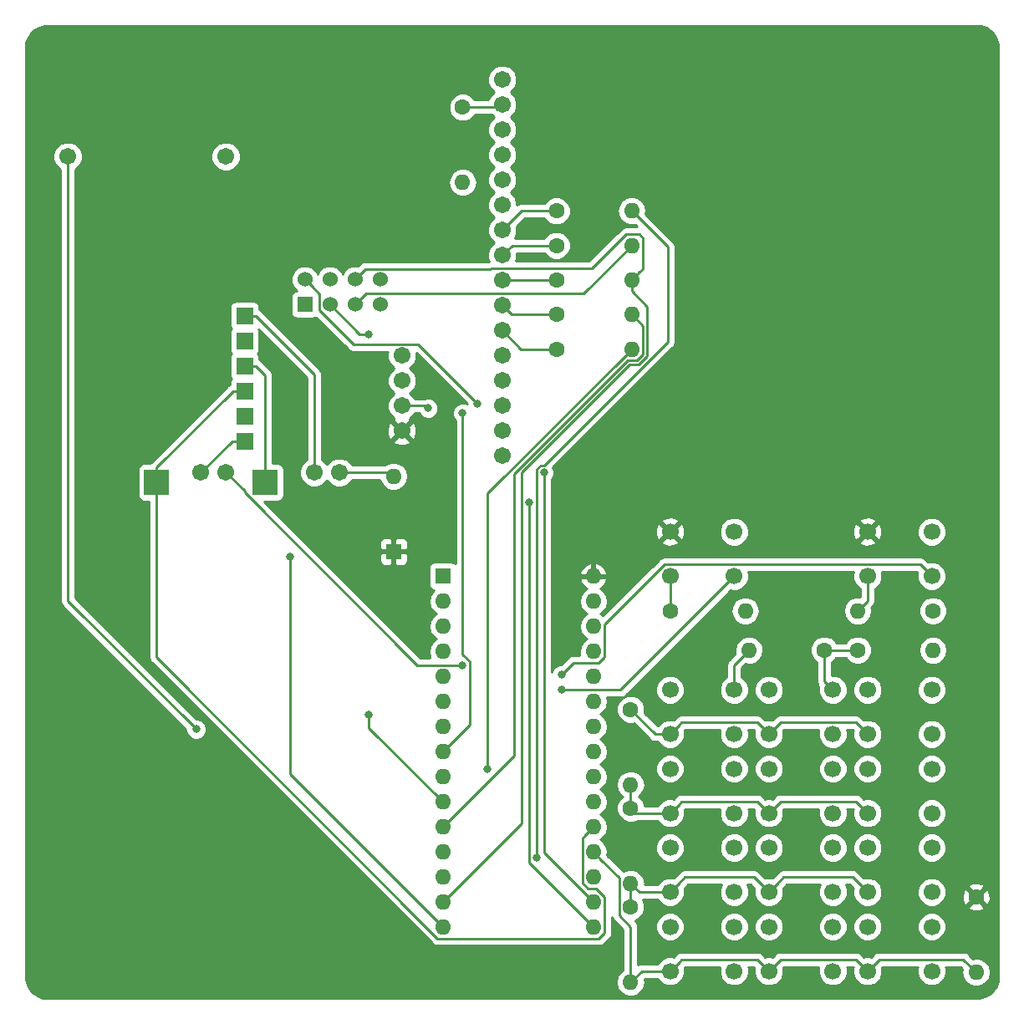
<source format=gbr>
G04 #@! TF.GenerationSoftware,KiCad,Pcbnew,5.0.1*
G04 #@! TF.CreationDate,2019-02-23T17:19:51+01:00*
G04 #@! TF.ProjectId,arduinowalkietalkie,61726475696E6F77616C6B696574616C,1.1*
G04 #@! TF.SameCoordinates,Original*
G04 #@! TF.FileFunction,Copper,L1,Top,Signal*
G04 #@! TF.FilePolarity,Positive*
%FSLAX46Y46*%
G04 Gerber Fmt 4.6, Leading zero omitted, Abs format (unit mm)*
G04 Created by KiCad (PCBNEW 5.0.1) date Sat 23 Feb 2019 17:19:51 CET*
%MOMM*%
%LPD*%
G01*
G04 APERTURE LIST*
G04 #@! TA.AperFunction,ComponentPad*
%ADD10C,1.710000*%
G04 #@! TD*
G04 #@! TA.AperFunction,ComponentPad*
%ADD11C,1.600000*%
G04 #@! TD*
G04 #@! TA.AperFunction,ComponentPad*
%ADD12O,1.600000X1.600000*%
G04 #@! TD*
G04 #@! TA.AperFunction,ComponentPad*
%ADD13R,1.600000X1.600000*%
G04 #@! TD*
G04 #@! TA.AperFunction,ConnectorPad*
%ADD14R,2.540000X2.540000*%
G04 #@! TD*
G04 #@! TA.AperFunction,ComponentPad*
%ADD15R,1.710000X1.710000*%
G04 #@! TD*
G04 #@! TA.AperFunction,ComponentPad*
%ADD16C,1.700000*%
G04 #@! TD*
G04 #@! TA.AperFunction,ComponentPad*
%ADD17C,1.524000*%
G04 #@! TD*
G04 #@! TA.AperFunction,ComponentPad*
%ADD18R,1.524000X1.524000*%
G04 #@! TD*
G04 #@! TA.AperFunction,ViaPad*
%ADD19C,0.800000*%
G04 #@! TD*
G04 #@! TA.AperFunction,Conductor*
%ADD20C,0.250000*%
G04 #@! TD*
G04 #@! TA.AperFunction,Conductor*
%ADD21C,0.254000*%
G04 #@! TD*
G04 APERTURE END LIST*
D10*
G04 #@! TO.P,TFT1,16*
G04 #@! TO.N,GND*
X147000000Y-84320000D03*
G04 #@! TO.P,TFT1,15*
G04 #@! TO.N,Net-(A1-Pad17)*
X147000000Y-81780000D03*
G04 #@! TO.P,TFT1,14*
G04 #@! TO.N,Net-(TFT1-Pad14)*
X147000000Y-79240000D03*
G04 #@! TO.P,TFT1,13*
G04 #@! TO.N,Net-(TFT1-Pad13)*
X147000000Y-76700000D03*
G04 #@! TO.P,TFT1,12*
G04 #@! TO.N,Net-(TFT1-Pad12)*
X147000000Y-74160000D03*
G04 #@! TO.P,TFT1,11*
G04 #@! TO.N,Net-(R14-Pad1)*
X147000000Y-71620000D03*
G04 #@! TO.P,TFT1,10*
G04 #@! TO.N,Net-(R13-Pad1)*
X147000000Y-69080000D03*
G04 #@! TO.P,TFT1,9*
G04 #@! TO.N,Net-(R12-Pad1)*
X147000000Y-66540000D03*
G04 #@! TO.P,TFT1,8*
G04 #@! TO.N,Net-(R11-Pad1)*
X147000000Y-64000000D03*
G04 #@! TO.P,TFT1,7*
G04 #@! TO.N,Net-(R10-Pad1)*
X147000000Y-61460000D03*
G04 #@! TO.P,TFT1,6*
G04 #@! TO.N,Net-(TFT1-Pad6)*
X147000000Y-58920000D03*
G04 #@! TO.P,TFT1,5*
G04 #@! TO.N,Net-(TFT1-Pad5)*
X147000000Y-56380000D03*
G04 #@! TO.P,TFT1,4*
G04 #@! TO.N,Net-(TFT1-Pad4)*
X147000000Y-53840000D03*
G04 #@! TO.P,TFT1,3*
G04 #@! TO.N,Net-(TFT1-Pad3)*
X147000000Y-51300000D03*
G04 #@! TO.P,TFT1,2*
G04 #@! TO.N,Net-(R9-Pad1)*
X147000000Y-48760000D03*
G04 #@! TO.P,TFT1,1*
G04 #@! TO.N,GND*
X147000000Y-46220000D03*
G04 #@! TD*
G04 #@! TO.P,JP2,1*
G04 #@! TO.N,Net-(A1-Pad27)*
X119040000Y-86000000D03*
G04 #@! TO.P,JP2,2*
G04 #@! TO.N,Net-(CC1-Pad1)*
X116500000Y-86000000D03*
G04 #@! TD*
D11*
G04 #@! TO.P,R14,1*
G04 #@! TO.N,Net-(R14-Pad1)*
X152500000Y-73500000D03*
D12*
G04 #@! TO.P,R14,2*
G04 #@! TO.N,Net-(A1-Pad12)*
X160120000Y-73500000D03*
G04 #@! TD*
G04 #@! TO.P,R13,2*
G04 #@! TO.N,Net-(A1-Pad11)*
X160120000Y-70000000D03*
D11*
G04 #@! TO.P,R13,1*
G04 #@! TO.N,Net-(R13-Pad1)*
X152500000Y-70000000D03*
G04 #@! TD*
G04 #@! TO.P,R12,1*
G04 #@! TO.N,Net-(R12-Pad1)*
X152500000Y-66500000D03*
D12*
G04 #@! TO.P,R12,2*
G04 #@! TO.N,MOSI*
X160120000Y-66500000D03*
G04 #@! TD*
G04 #@! TO.P,R11,2*
G04 #@! TO.N,SCK*
X160120000Y-63000000D03*
D11*
G04 #@! TO.P,R11,1*
G04 #@! TO.N,Net-(R11-Pad1)*
X152500000Y-63000000D03*
G04 #@! TD*
G04 #@! TO.P,R10,1*
G04 #@! TO.N,Net-(R10-Pad1)*
X152500000Y-59500000D03*
D12*
G04 #@! TO.P,R10,2*
G04 #@! TO.N,Net-(A1-Pad13)*
X160120000Y-59500000D03*
G04 #@! TD*
D10*
G04 #@! TO.P,BZ1,2*
G04 #@! TO.N,GND*
X119000000Y-54000000D03*
G04 #@! TO.P,BZ1,1*
G04 #@! TO.N,Net-(A1-Pad7)*
X103000000Y-54000000D03*
G04 #@! TD*
D11*
G04 #@! TO.P,R4,1*
G04 #@! TO.N,Net-(R3-Pad2)*
X160000000Y-130000000D03*
D12*
G04 #@! TO.P,R4,2*
G04 #@! TO.N,Net-(A1-Pad19)*
X160000000Y-137620000D03*
G04 #@! TD*
G04 #@! TO.P,R3,2*
G04 #@! TO.N,Net-(R3-Pad2)*
X160000000Y-127620000D03*
D11*
G04 #@! TO.P,R3,1*
G04 #@! TO.N,Net-(R2-Pad2)*
X160000000Y-120000000D03*
G04 #@! TD*
G04 #@! TO.P,R2,1*
G04 #@! TO.N,Net-(R2-Pad1)*
X160000000Y-110000000D03*
D12*
G04 #@! TO.P,R2,2*
G04 #@! TO.N,Net-(R2-Pad2)*
X160000000Y-117620000D03*
G04 #@! TD*
G04 #@! TO.P,R1,2*
G04 #@! TO.N,GND*
X171620000Y-100000000D03*
D11*
G04 #@! TO.P,R1,1*
G04 #@! TO.N,Net-(R1-Pad1)*
X164000000Y-100000000D03*
G04 #@! TD*
G04 #@! TO.P,R5,1*
G04 #@! TO.N,Net-(R5-Pad1)*
X179620000Y-104000000D03*
D12*
G04 #@! TO.P,R5,2*
G04 #@! TO.N,Net-(R5-Pad2)*
X172000000Y-104000000D03*
G04 #@! TD*
G04 #@! TO.P,R6,2*
G04 #@! TO.N,Net-(R6-Pad2)*
X183000000Y-100000000D03*
D11*
G04 #@! TO.P,R6,1*
G04 #@! TO.N,GND*
X190620000Y-100000000D03*
G04 #@! TD*
G04 #@! TO.P,R7,1*
G04 #@! TO.N,Net-(R5-Pad1)*
X183000000Y-104000000D03*
D12*
G04 #@! TO.P,R7,2*
G04 #@! TO.N,GND*
X190620000Y-104000000D03*
G04 #@! TD*
G04 #@! TO.P,R8,2*
G04 #@! TO.N,Net-(A1-Pad19)*
X195000000Y-136620000D03*
D11*
G04 #@! TO.P,R8,1*
G04 #@! TO.N,+5V*
X195000000Y-129000000D03*
G04 #@! TD*
G04 #@! TO.P,R9,1*
G04 #@! TO.N,Net-(R9-Pad1)*
X143000000Y-49000000D03*
D12*
G04 #@! TO.P,R9,2*
G04 #@! TO.N,Net-(A1-Pad8)*
X143000000Y-56620000D03*
G04 #@! TD*
G04 #@! TO.P,A1,16*
G04 #@! TO.N,SCK*
X156240000Y-132060000D03*
G04 #@! TO.P,A1,15*
G04 #@! TO.N,MISO*
X141000000Y-132060000D03*
G04 #@! TO.P,A1,30*
G04 #@! TO.N,+5V*
X156240000Y-96500000D03*
G04 #@! TO.P,A1,14*
G04 #@! TO.N,MOSI*
X141000000Y-129520000D03*
G04 #@! TO.P,A1,29*
G04 #@! TO.N,GND*
X156240000Y-99040000D03*
G04 #@! TO.P,A1,13*
G04 #@! TO.N,Net-(A1-Pad13)*
X141000000Y-126980000D03*
G04 #@! TO.P,A1,28*
G04 #@! TO.N,Net-(A1-Pad28)*
X156240000Y-101580000D03*
G04 #@! TO.P,A1,12*
G04 #@! TO.N,Net-(A1-Pad12)*
X141000000Y-124440000D03*
G04 #@! TO.P,A1,27*
G04 #@! TO.N,Net-(A1-Pad27)*
X156240000Y-104120000D03*
G04 #@! TO.P,A1,11*
G04 #@! TO.N,Net-(A1-Pad11)*
X141000000Y-121900000D03*
G04 #@! TO.P,A1,26*
G04 #@! TO.N,Net-(A1-Pad26)*
X156240000Y-106660000D03*
G04 #@! TO.P,A1,10*
G04 #@! TO.N,Net-(A1-Pad10)*
X141000000Y-119360000D03*
G04 #@! TO.P,A1,25*
G04 #@! TO.N,Net-(A1-Pad25)*
X156240000Y-109200000D03*
G04 #@! TO.P,A1,9*
G04 #@! TO.N,Net-(A1-Pad9)*
X141000000Y-116820000D03*
G04 #@! TO.P,A1,24*
G04 #@! TO.N,SCL*
X156240000Y-111740000D03*
G04 #@! TO.P,A1,8*
G04 #@! TO.N,Net-(A1-Pad8)*
X141000000Y-114280000D03*
G04 #@! TO.P,A1,23*
G04 #@! TO.N,SDA*
X156240000Y-114280000D03*
G04 #@! TO.P,A1,7*
G04 #@! TO.N,Net-(A1-Pad7)*
X141000000Y-111740000D03*
G04 #@! TO.P,A1,22*
G04 #@! TO.N,Net-(A1-Pad22)*
X156240000Y-116820000D03*
G04 #@! TO.P,A1,6*
G04 #@! TO.N,Net-(A1-Pad6)*
X141000000Y-109200000D03*
G04 #@! TO.P,A1,21*
G04 #@! TO.N,Net-(A1-Pad21)*
X156240000Y-119360000D03*
G04 #@! TO.P,A1,5*
G04 #@! TO.N,Net-(A1-Pad5)*
X141000000Y-106660000D03*
G04 #@! TO.P,A1,20*
G04 #@! TO.N,Net-(A1-Pad20)*
X156240000Y-121900000D03*
G04 #@! TO.P,A1,4*
G04 #@! TO.N,Net-(A1-Pad4)*
X141000000Y-104120000D03*
G04 #@! TO.P,A1,19*
G04 #@! TO.N,Net-(A1-Pad19)*
X156240000Y-124440000D03*
G04 #@! TO.P,A1,3*
G04 #@! TO.N,Net-(A1-Pad3)*
X141000000Y-101580000D03*
G04 #@! TO.P,A1,18*
G04 #@! TO.N,Net-(A1-Pad18)*
X156240000Y-126980000D03*
G04 #@! TO.P,A1,2*
G04 #@! TO.N,Net-(A1-Pad2)*
X141000000Y-99040000D03*
G04 #@! TO.P,A1,17*
G04 #@! TO.N,Net-(A1-Pad17)*
X156240000Y-129520000D03*
D13*
G04 #@! TO.P,A1,1*
G04 #@! TO.N,Net-(A1-Pad1)*
X141000000Y-96500000D03*
G04 #@! TD*
D10*
G04 #@! TO.P,BMP1,4*
G04 #@! TO.N,SDA*
X136830000Y-74170000D03*
G04 #@! TO.P,BMP1,3*
G04 #@! TO.N,SCL*
X136830000Y-76710000D03*
G04 #@! TO.P,BMP1,2*
G04 #@! TO.N,GND*
X136830000Y-79250000D03*
G04 #@! TO.P,BMP1,1*
G04 #@! TO.N,+5V*
X136830000Y-81790000D03*
G04 #@! TD*
D14*
G04 #@! TO.P,BT1,2*
G04 #@! TO.N,Net-(BT1-Pad2)*
X123000000Y-87000000D03*
G04 #@! TO.P,BT1,1*
G04 #@! TO.N,Net-(A1-Pad20)*
X112000000Y-87000000D03*
G04 #@! TD*
D15*
G04 #@! TO.P,CC1,6*
G04 #@! TO.N,Net-(CC1-Pad6)*
X120910000Y-70130000D03*
G04 #@! TO.P,CC1,5*
G04 #@! TO.N,Net-(CC1-Pad5)*
X120910000Y-72670000D03*
G04 #@! TO.P,CC1,4*
G04 #@! TO.N,Net-(BT1-Pad2)*
X120910000Y-75210000D03*
G04 #@! TO.P,CC1,3*
G04 #@! TO.N,Net-(A1-Pad20)*
X120910000Y-77750000D03*
G04 #@! TO.P,CC1,2*
G04 #@! TO.N,GND*
X120910000Y-80290000D03*
G04 #@! TO.P,CC1,1*
G04 #@! TO.N,Net-(CC1-Pad1)*
X120910000Y-82830000D03*
G04 #@! TD*
D12*
G04 #@! TO.P,D1,2*
G04 #@! TO.N,Net-(D1-Pad2)*
X136000000Y-86380000D03*
D13*
G04 #@! TO.P,D1,1*
G04 #@! TO.N,+5V*
X136000000Y-94000000D03*
G04 #@! TD*
D10*
G04 #@! TO.P,JP1,2*
G04 #@! TO.N,Net-(D1-Pad2)*
X130500000Y-86000000D03*
G04 #@! TO.P,JP1,1*
G04 #@! TO.N,Net-(CC1-Pad6)*
X127960000Y-86000000D03*
G04 #@! TD*
D16*
G04 #@! TO.P,SW1,1*
G04 #@! TO.N,+5V*
X164000000Y-92000000D03*
G04 #@! TO.P,SW1,2*
G04 #@! TO.N,Net-(SW1-Pad2)*
X170500000Y-92000000D03*
G04 #@! TO.P,SW1,3*
G04 #@! TO.N,Net-(R1-Pad1)*
X164000000Y-96500000D03*
G04 #@! TO.P,SW1,4*
G04 #@! TO.N,Net-(A1-Pad6)*
X170500000Y-96500000D03*
G04 #@! TD*
G04 #@! TO.P,SW2,1*
G04 #@! TO.N,Net-(SW2-Pad1)*
X164000000Y-108000000D03*
G04 #@! TO.P,SW2,2*
G04 #@! TO.N,Net-(R5-Pad2)*
X170500000Y-108000000D03*
G04 #@! TO.P,SW2,3*
G04 #@! TO.N,Net-(R2-Pad1)*
X164000000Y-112500000D03*
G04 #@! TO.P,SW2,4*
G04 #@! TO.N,Net-(SW2-Pad4)*
X170500000Y-112500000D03*
G04 #@! TD*
G04 #@! TO.P,SW3,1*
G04 #@! TO.N,Net-(SW3-Pad1)*
X164000000Y-116000000D03*
G04 #@! TO.P,SW3,2*
G04 #@! TO.N,Net-(R5-Pad2)*
X170500000Y-116000000D03*
G04 #@! TO.P,SW3,3*
G04 #@! TO.N,Net-(R2-Pad2)*
X164000000Y-120500000D03*
G04 #@! TO.P,SW3,4*
G04 #@! TO.N,Net-(SW3-Pad4)*
X170500000Y-120500000D03*
G04 #@! TD*
G04 #@! TO.P,SW4,1*
G04 #@! TO.N,Net-(SW4-Pad1)*
X164000000Y-124000000D03*
G04 #@! TO.P,SW4,2*
G04 #@! TO.N,Net-(R5-Pad2)*
X170500000Y-124000000D03*
G04 #@! TO.P,SW4,3*
G04 #@! TO.N,Net-(R3-Pad2)*
X164000000Y-128500000D03*
G04 #@! TO.P,SW4,4*
G04 #@! TO.N,Net-(SW4-Pad4)*
X170500000Y-128500000D03*
G04 #@! TD*
G04 #@! TO.P,SW5,1*
G04 #@! TO.N,Net-(SW5-Pad1)*
X164000000Y-132000000D03*
G04 #@! TO.P,SW5,2*
G04 #@! TO.N,Net-(R5-Pad2)*
X170500000Y-132000000D03*
G04 #@! TO.P,SW5,3*
G04 #@! TO.N,Net-(A1-Pad19)*
X164000000Y-136500000D03*
G04 #@! TO.P,SW5,4*
G04 #@! TO.N,Net-(SW5-Pad4)*
X170500000Y-136500000D03*
G04 #@! TD*
G04 #@! TO.P,SW6,1*
G04 #@! TO.N,Net-(SW6-Pad1)*
X174000000Y-108000000D03*
G04 #@! TO.P,SW6,2*
G04 #@! TO.N,Net-(R5-Pad1)*
X180500000Y-108000000D03*
G04 #@! TO.P,SW6,3*
G04 #@! TO.N,Net-(R2-Pad1)*
X174000000Y-112500000D03*
G04 #@! TO.P,SW6,4*
G04 #@! TO.N,Net-(SW6-Pad4)*
X180500000Y-112500000D03*
G04 #@! TD*
G04 #@! TO.P,SW7,1*
G04 #@! TO.N,Net-(SW7-Pad1)*
X174000000Y-116000000D03*
G04 #@! TO.P,SW7,2*
G04 #@! TO.N,Net-(R5-Pad1)*
X180500000Y-116000000D03*
G04 #@! TO.P,SW7,3*
G04 #@! TO.N,Net-(R2-Pad2)*
X174000000Y-120500000D03*
G04 #@! TO.P,SW7,4*
G04 #@! TO.N,Net-(SW7-Pad4)*
X180500000Y-120500000D03*
G04 #@! TD*
G04 #@! TO.P,SW8,1*
G04 #@! TO.N,Net-(SW8-Pad1)*
X174000000Y-124000000D03*
G04 #@! TO.P,SW8,2*
G04 #@! TO.N,Net-(R5-Pad1)*
X180500000Y-124000000D03*
G04 #@! TO.P,SW8,3*
G04 #@! TO.N,Net-(R3-Pad2)*
X174000000Y-128500000D03*
G04 #@! TO.P,SW8,4*
G04 #@! TO.N,Net-(SW8-Pad4)*
X180500000Y-128500000D03*
G04 #@! TD*
G04 #@! TO.P,SW9,1*
G04 #@! TO.N,Net-(SW9-Pad1)*
X174000000Y-132000000D03*
G04 #@! TO.P,SW9,2*
G04 #@! TO.N,Net-(R5-Pad1)*
X180500000Y-132000000D03*
G04 #@! TO.P,SW9,3*
G04 #@! TO.N,Net-(A1-Pad19)*
X174000000Y-136500000D03*
G04 #@! TO.P,SW9,4*
G04 #@! TO.N,Net-(SW9-Pad4)*
X180500000Y-136500000D03*
G04 #@! TD*
G04 #@! TO.P,SW10,1*
G04 #@! TO.N,+5V*
X184000000Y-92000000D03*
G04 #@! TO.P,SW10,2*
G04 #@! TO.N,Net-(SW10-Pad2)*
X190500000Y-92000000D03*
G04 #@! TO.P,SW10,3*
G04 #@! TO.N,Net-(R6-Pad2)*
X184000000Y-96500000D03*
G04 #@! TO.P,SW10,4*
G04 #@! TO.N,Net-(A1-Pad5)*
X190500000Y-96500000D03*
G04 #@! TD*
G04 #@! TO.P,SW11,1*
G04 #@! TO.N,Net-(SW11-Pad1)*
X184000000Y-108000000D03*
G04 #@! TO.P,SW11,2*
G04 #@! TO.N,GND*
X190500000Y-108000000D03*
G04 #@! TO.P,SW11,3*
G04 #@! TO.N,Net-(R2-Pad1)*
X184000000Y-112500000D03*
G04 #@! TO.P,SW11,4*
G04 #@! TO.N,Net-(SW11-Pad4)*
X190500000Y-112500000D03*
G04 #@! TD*
G04 #@! TO.P,SW12,1*
G04 #@! TO.N,Net-(SW12-Pad1)*
X184000000Y-116000000D03*
G04 #@! TO.P,SW12,2*
G04 #@! TO.N,GND*
X190500000Y-116000000D03*
G04 #@! TO.P,SW12,3*
G04 #@! TO.N,Net-(R2-Pad2)*
X184000000Y-120500000D03*
G04 #@! TO.P,SW12,4*
G04 #@! TO.N,Net-(SW12-Pad4)*
X190500000Y-120500000D03*
G04 #@! TD*
G04 #@! TO.P,SW13,1*
G04 #@! TO.N,Net-(SW13-Pad1)*
X184000000Y-124000000D03*
G04 #@! TO.P,SW13,2*
G04 #@! TO.N,GND*
X190500000Y-124000000D03*
G04 #@! TO.P,SW13,3*
G04 #@! TO.N,Net-(R3-Pad2)*
X184000000Y-128500000D03*
G04 #@! TO.P,SW13,4*
G04 #@! TO.N,Net-(SW13-Pad4)*
X190500000Y-128500000D03*
G04 #@! TD*
G04 #@! TO.P,SW14,1*
G04 #@! TO.N,Net-(SW14-Pad1)*
X184000000Y-132000000D03*
G04 #@! TO.P,SW14,2*
G04 #@! TO.N,GND*
X190500000Y-132000000D03*
G04 #@! TO.P,SW14,3*
G04 #@! TO.N,Net-(A1-Pad19)*
X184000000Y-136500000D03*
G04 #@! TO.P,SW14,4*
G04 #@! TO.N,Net-(SW14-Pad4)*
X190500000Y-136500000D03*
G04 #@! TD*
D17*
G04 #@! TO.P,U1,8*
G04 #@! TO.N,Net-(U1-Pad8)*
X134620000Y-66460000D03*
G04 #@! TO.P,U1,7*
G04 #@! TO.N,MISO*
X134620000Y-69000000D03*
G04 #@! TO.P,U1,6*
G04 #@! TO.N,MOSI*
X132080000Y-66460000D03*
G04 #@! TO.P,U1,5*
G04 #@! TO.N,SCK*
X132080000Y-69000000D03*
G04 #@! TO.P,U1,4*
G04 #@! TO.N,Net-(A1-Pad9)*
X129540000Y-66460000D03*
G04 #@! TO.P,U1,3*
G04 #@! TO.N,Net-(A1-Pad10)*
X129540000Y-69000000D03*
G04 #@! TO.P,U1,2*
G04 #@! TO.N,Net-(A1-Pad17)*
X127000000Y-66460000D03*
D18*
G04 #@! TO.P,U1,1*
G04 #@! TO.N,GND*
X127000000Y-69000000D03*
G04 #@! TD*
D19*
G04 #@! TO.N,Net-(A1-Pad17)*
X151225000Y-86000000D03*
X144500000Y-79000000D03*
G04 #@! TO.N,Net-(A1-Pad5)*
X153000000Y-106500000D03*
G04 #@! TO.N,Net-(A1-Pad6)*
X153000000Y-108000000D03*
G04 #@! TO.N,Net-(A1-Pad7)*
X116000000Y-112000000D03*
G04 #@! TO.N,Net-(A1-Pad8)*
X143000000Y-80000000D03*
G04 #@! TO.N,Net-(A1-Pad10)*
X133500000Y-72000000D03*
X133500000Y-110500000D03*
G04 #@! TO.N,Net-(A1-Pad27)*
X143000000Y-105500000D03*
G04 #@! TO.N,Net-(A1-Pad12)*
X145500000Y-116000000D03*
G04 #@! TO.N,Net-(A1-Pad13)*
X150500000Y-125000000D03*
G04 #@! TO.N,GND*
X139500000Y-79500000D03*
G04 #@! TO.N,MISO*
X125500000Y-94500000D03*
G04 #@! TO.N,SCK*
X149725000Y-89000000D03*
G04 #@! TD*
D20*
G04 #@! TO.N,Net-(A1-Pad17)*
X151225000Y-124505000D02*
X156240000Y-129520000D01*
X151225000Y-86000000D02*
X151225000Y-124505000D01*
X127761999Y-67221999D02*
X127000000Y-66460000D01*
X128452999Y-69521761D02*
X128452999Y-67912999D01*
X131921237Y-72989999D02*
X128452999Y-69521761D01*
X138489999Y-72989999D02*
X131921237Y-72989999D01*
X128452999Y-67912999D02*
X127761999Y-67221999D01*
X144500000Y-79000000D02*
X138489999Y-72989999D01*
G04 #@! TO.N,Net-(A1-Pad19)*
X184849999Y-135650001D02*
X184000000Y-136500000D01*
X185175001Y-135324999D02*
X184849999Y-135650001D01*
X193704999Y-135324999D02*
X185175001Y-135324999D01*
X195000000Y-136620000D02*
X193704999Y-135324999D01*
X182824999Y-135324999D02*
X175175001Y-135324999D01*
X174849999Y-135650001D02*
X174000000Y-136500000D01*
X175175001Y-135324999D02*
X174849999Y-135650001D01*
X184000000Y-136500000D02*
X182824999Y-135324999D01*
X164849999Y-135650001D02*
X164000000Y-136500000D01*
X165175001Y-135324999D02*
X164849999Y-135650001D01*
X172824999Y-135324999D02*
X165175001Y-135324999D01*
X174000000Y-136500000D02*
X172824999Y-135324999D01*
X161120000Y-136500000D02*
X160000000Y-137620000D01*
X164000000Y-136500000D02*
X161120000Y-136500000D01*
X160000000Y-137620000D02*
X160000000Y-132000000D01*
X157039999Y-125239999D02*
X156240000Y-124440000D01*
X158874999Y-127074999D02*
X157039999Y-125239999D01*
X158874999Y-130874999D02*
X158874999Y-127074999D01*
X160000000Y-132000000D02*
X158874999Y-130874999D01*
G04 #@! TO.N,Net-(A1-Pad20)*
X119805000Y-77750000D02*
X120910000Y-77750000D01*
X119730000Y-77750000D02*
X119805000Y-77750000D01*
X112000000Y-85480000D02*
X119730000Y-77750000D01*
X112000000Y-87000000D02*
X112000000Y-85480000D01*
X155440001Y-122699999D02*
X156240000Y-121900000D01*
X155114999Y-123025001D02*
X155440001Y-122699999D01*
X155114999Y-127520001D02*
X155114999Y-123025001D01*
X156490003Y-128105001D02*
X155699999Y-128105001D01*
X157365001Y-128979999D02*
X156490003Y-128105001D01*
X157365001Y-132600001D02*
X157365001Y-128979999D01*
X156780001Y-133185001D02*
X157365001Y-132600001D01*
X140459999Y-133185001D02*
X156780001Y-133185001D01*
X155699999Y-128105001D02*
X155114999Y-127520001D01*
X112000000Y-104725002D02*
X140459999Y-133185001D01*
X112000000Y-87000000D02*
X112000000Y-104725002D01*
G04 #@! TO.N,Net-(A1-Pad5)*
X154254999Y-105245001D02*
X153000000Y-106500000D01*
X189324999Y-95324999D02*
X163435999Y-95324999D01*
X163435999Y-95324999D02*
X157365001Y-101395997D01*
X157365001Y-101395997D02*
X157365001Y-104660001D01*
X190500000Y-96500000D02*
X189324999Y-95324999D01*
X157365001Y-104660001D02*
X156780001Y-105245001D01*
X156780001Y-105245001D02*
X154254999Y-105245001D01*
G04 #@! TO.N,Net-(A1-Pad6)*
X170500000Y-96500000D02*
X159000000Y-108000000D01*
X159000000Y-108000000D02*
X153000000Y-108000000D01*
G04 #@! TO.N,Net-(A1-Pad7)*
X103000000Y-54000000D02*
X103000000Y-99000000D01*
X103000000Y-99000000D02*
X116000000Y-112000000D01*
G04 #@! TO.N,Net-(A1-Pad8)*
X141799999Y-113480001D02*
X141000000Y-114280000D01*
X143725001Y-105151999D02*
X143725001Y-111554999D01*
X143725001Y-111554999D02*
X141799999Y-113480001D01*
X143000000Y-104426998D02*
X143725001Y-105151999D01*
X143000000Y-80000000D02*
X143000000Y-104426998D01*
G04 #@! TO.N,Net-(A1-Pad10)*
X129540000Y-69000000D02*
X132540000Y-72000000D01*
X132540000Y-72000000D02*
X133500000Y-72000000D01*
X133500000Y-111860000D02*
X141000000Y-119360000D01*
X133500000Y-110500000D02*
X133500000Y-111860000D01*
G04 #@! TO.N,Net-(A1-Pad11)*
X161245001Y-74040001D02*
X160660001Y-74625001D01*
X148180001Y-114719999D02*
X141799999Y-121100001D01*
X141799999Y-121100001D02*
X141000000Y-121900000D01*
X161245000Y-71125000D02*
X161245001Y-74040001D01*
X159738588Y-74625001D02*
X148180001Y-86183588D01*
X160660001Y-74625001D02*
X159738588Y-74625001D01*
X148180001Y-86183588D02*
X148180001Y-114719999D01*
X160120000Y-70000000D02*
X161245000Y-71125000D01*
G04 #@! TO.N,Net-(A1-Pad27)*
X120910000Y-88035002D02*
X138374998Y-105500000D01*
X138374998Y-105500000D02*
X143000000Y-105500000D01*
X120910000Y-87870000D02*
X119040000Y-86000000D01*
X120910000Y-88035002D02*
X120910000Y-87870000D01*
G04 #@! TO.N,Net-(A1-Pad12)*
X145437347Y-115937347D02*
X145500000Y-116000000D01*
X145500000Y-88120000D02*
X145500000Y-116000000D01*
X160120000Y-73500000D02*
X145500000Y-88120000D01*
G04 #@! TO.N,Net-(A1-Pad13)*
X150500000Y-124434315D02*
X150500000Y-125000000D01*
X150500000Y-85651998D02*
X150500000Y-124434315D01*
X150876999Y-85274999D02*
X150500000Y-85651998D01*
X151282823Y-85274999D02*
X150876999Y-85274999D01*
X163750000Y-72807822D02*
X151282823Y-85274999D01*
X163750000Y-63130000D02*
X163750000Y-72807822D01*
X160120000Y-59500000D02*
X163750000Y-63130000D01*
G04 #@! TO.N,GND*
X136830000Y-79250000D02*
X139250000Y-79250000D01*
X139250000Y-79250000D02*
X139500000Y-79500000D01*
G04 #@! TO.N,MOSI*
X133167001Y-65372999D02*
X145832999Y-65372999D01*
X132080000Y-66460000D02*
X133167001Y-65372999D01*
X159579999Y-61874999D02*
X160874999Y-61874999D01*
X156094999Y-65359999D02*
X159579999Y-61874999D01*
X145832999Y-65372999D02*
X145845999Y-65359999D01*
X145845999Y-65359999D02*
X156094999Y-65359999D01*
X160919999Y-65700001D02*
X160120000Y-66500000D01*
X161245001Y-65374999D02*
X160919999Y-65700001D01*
X161245001Y-62245001D02*
X161245001Y-65374999D01*
X160874999Y-61874999D02*
X161245001Y-62245001D01*
X159924988Y-75075012D02*
X149000000Y-86000000D01*
X160846401Y-75075012D02*
X159924988Y-75075012D01*
X161695010Y-74226402D02*
X160846401Y-75075012D01*
X149000000Y-121520000D02*
X141000000Y-129520000D01*
X161695011Y-69206381D02*
X161695010Y-74226402D01*
X160120000Y-67631370D02*
X161695011Y-69206381D01*
X149000000Y-86000000D02*
X149000000Y-121520000D01*
X160120000Y-66500000D02*
X160120000Y-67631370D01*
G04 #@! TO.N,MISO*
X141000000Y-132060000D02*
X125500000Y-116560000D01*
X125500000Y-116560000D02*
X125500000Y-94500000D01*
G04 #@! TO.N,SCK*
X132080000Y-69000000D02*
X133180001Y-67899999D01*
X156240000Y-132060000D02*
X149725001Y-125545001D01*
X155220001Y-67899999D02*
X160120000Y-63000000D01*
X133180001Y-67899999D02*
X155220001Y-67899999D01*
X149725001Y-125545001D02*
X149725001Y-89000001D01*
X149725001Y-89000001D02*
X149725000Y-89000000D01*
G04 #@! TO.N,Net-(BT1-Pad2)*
X122015000Y-75210000D02*
X120910000Y-75210000D01*
X123000000Y-76195000D02*
X122015000Y-75210000D01*
X123000000Y-87000000D02*
X123000000Y-76195000D01*
G04 #@! TO.N,Net-(CC1-Pad6)*
X122015000Y-70130000D02*
X120910000Y-70130000D01*
X127960000Y-76075000D02*
X122015000Y-70130000D01*
X127960000Y-86000000D02*
X127960000Y-76075000D01*
G04 #@! TO.N,Net-(D1-Pad2)*
X135620000Y-86000000D02*
X136000000Y-86380000D01*
X130500000Y-86000000D02*
X135620000Y-86000000D01*
G04 #@! TO.N,Net-(R1-Pad1)*
X164000000Y-96500000D02*
X164000000Y-100000000D01*
G04 #@! TO.N,Net-(R2-Pad2)*
X174849999Y-119650001D02*
X174000000Y-120500000D01*
X175175001Y-119324999D02*
X174849999Y-119650001D01*
X182824999Y-119324999D02*
X175175001Y-119324999D01*
X184000000Y-120500000D02*
X182824999Y-119324999D01*
X164849999Y-119650001D02*
X164000000Y-120500000D01*
X165175001Y-119324999D02*
X164849999Y-119650001D01*
X172824999Y-119324999D02*
X165175001Y-119324999D01*
X174000000Y-120500000D02*
X172824999Y-119324999D01*
X160500000Y-120500000D02*
X160000000Y-120000000D01*
X164000000Y-120500000D02*
X160500000Y-120500000D01*
X160000000Y-120000000D02*
X160000000Y-117620000D01*
G04 #@! TO.N,Net-(R2-Pad1)*
X174849999Y-111650001D02*
X174000000Y-112500000D01*
X182824999Y-111324999D02*
X175175001Y-111324999D01*
X175175001Y-111324999D02*
X174849999Y-111650001D01*
X184000000Y-112500000D02*
X182824999Y-111324999D01*
X164849999Y-111650001D02*
X164000000Y-112500000D01*
X165175001Y-111324999D02*
X164849999Y-111650001D01*
X172824999Y-111324999D02*
X165175001Y-111324999D01*
X174000000Y-112500000D02*
X172824999Y-111324999D01*
X162500000Y-112500000D02*
X160000000Y-110000000D01*
X164000000Y-112500000D02*
X162500000Y-112500000D01*
G04 #@! TO.N,Net-(R3-Pad2)*
X175500000Y-127000000D02*
X174849999Y-127650001D01*
X182500000Y-127000000D02*
X175500000Y-127000000D01*
X174849999Y-127650001D02*
X174000000Y-128500000D01*
X184000000Y-128500000D02*
X182500000Y-127000000D01*
X164849999Y-127650001D02*
X164000000Y-128500000D01*
X165500000Y-127000000D02*
X164849999Y-127650001D01*
X172500000Y-127000000D02*
X165500000Y-127000000D01*
X174000000Y-128500000D02*
X172500000Y-127000000D01*
X160880000Y-128500000D02*
X160000000Y-127620000D01*
X164000000Y-128500000D02*
X160880000Y-128500000D01*
X160000000Y-130000000D02*
X160000000Y-127620000D01*
G04 #@! TO.N,Net-(R5-Pad1)*
X183000000Y-104000000D02*
X179620000Y-104000000D01*
X179620000Y-107120000D02*
X180500000Y-108000000D01*
X179620000Y-104000000D02*
X179620000Y-107120000D01*
G04 #@! TO.N,Net-(R5-Pad2)*
X170500000Y-105500000D02*
X172000000Y-104000000D01*
X170500000Y-108000000D02*
X170500000Y-105500000D01*
G04 #@! TO.N,Net-(R6-Pad2)*
X184000000Y-99000000D02*
X183000000Y-100000000D01*
X184000000Y-96500000D02*
X184000000Y-99000000D01*
G04 #@! TO.N,Net-(R9-Pad1)*
X146760000Y-49000000D02*
X147000000Y-48760000D01*
X143000000Y-49000000D02*
X146760000Y-49000000D01*
G04 #@! TO.N,Net-(R14-Pad1)*
X148880000Y-73500000D02*
X147000000Y-71620000D01*
X152500000Y-73500000D02*
X148880000Y-73500000D01*
G04 #@! TO.N,Net-(R13-Pad1)*
X147920000Y-70000000D02*
X147000000Y-69080000D01*
X152500000Y-70000000D02*
X147920000Y-70000000D01*
G04 #@! TO.N,Net-(R12-Pad1)*
X147040000Y-66500000D02*
X147000000Y-66540000D01*
X152500000Y-66500000D02*
X147040000Y-66500000D01*
G04 #@! TO.N,Net-(R11-Pad1)*
X148000000Y-63000000D02*
X147000000Y-64000000D01*
X152500000Y-63000000D02*
X148000000Y-63000000D01*
G04 #@! TO.N,Net-(R10-Pad1)*
X148960000Y-59500000D02*
X147000000Y-61460000D01*
X152500000Y-59500000D02*
X148960000Y-59500000D01*
G04 #@! TO.N,Net-(CC1-Pad1)*
X119670000Y-82830000D02*
X120910000Y-82830000D01*
X116500000Y-86000000D02*
X119670000Y-82830000D01*
G04 #@! TD*
D21*
G04 #@! TO.N,+5V*
G36*
X195519918Y-40800594D02*
X196011944Y-40979191D01*
X196449692Y-41266192D01*
X196809668Y-41646190D01*
X197072576Y-42098821D01*
X197227220Y-42609416D01*
X197265001Y-43032743D01*
X197265000Y-136957298D01*
X197199405Y-137519918D01*
X197020809Y-138011944D01*
X196733810Y-138449689D01*
X196353807Y-138809670D01*
X195901180Y-139072576D01*
X195390584Y-139227220D01*
X194967269Y-139265000D01*
X101042702Y-139265000D01*
X100480082Y-139199405D01*
X99988056Y-139020809D01*
X99550311Y-138733810D01*
X99190330Y-138353807D01*
X98927424Y-137901180D01*
X98772780Y-137390584D01*
X98735000Y-136967269D01*
X98735000Y-53703621D01*
X101510000Y-53703621D01*
X101510000Y-54296379D01*
X101736839Y-54844017D01*
X102155983Y-55263161D01*
X102240000Y-55297962D01*
X102240001Y-98925148D01*
X102225112Y-99000000D01*
X102240001Y-99074852D01*
X102284097Y-99296537D01*
X102452072Y-99547929D01*
X102515528Y-99590329D01*
X114965000Y-112039803D01*
X114965000Y-112205874D01*
X115122569Y-112586280D01*
X115413720Y-112877431D01*
X115794126Y-113035000D01*
X116205874Y-113035000D01*
X116586280Y-112877431D01*
X116877431Y-112586280D01*
X117035000Y-112205874D01*
X117035000Y-111794126D01*
X116877431Y-111413720D01*
X116586280Y-111122569D01*
X116205874Y-110965000D01*
X116039803Y-110965000D01*
X103760000Y-98685199D01*
X103760000Y-85730000D01*
X110082560Y-85730000D01*
X110082560Y-88270000D01*
X110131843Y-88517765D01*
X110272191Y-88727809D01*
X110482235Y-88868157D01*
X110730000Y-88917440D01*
X111240000Y-88917440D01*
X111240001Y-104650150D01*
X111225112Y-104725002D01*
X111284097Y-105021539D01*
X111408640Y-105207930D01*
X111452072Y-105272931D01*
X111515528Y-105315331D01*
X139869670Y-133669474D01*
X139912070Y-133732930D01*
X140163462Y-133900905D01*
X140385147Y-133945001D01*
X140385151Y-133945001D01*
X140459999Y-133959889D01*
X140534847Y-133945001D01*
X156705154Y-133945001D01*
X156780001Y-133959889D01*
X156854848Y-133945001D01*
X156854853Y-133945001D01*
X157076538Y-133900905D01*
X157327930Y-133732930D01*
X157370332Y-133669471D01*
X157849474Y-133190330D01*
X157912930Y-133147930D01*
X158080905Y-132896538D01*
X158125001Y-132674853D01*
X158125001Y-132674848D01*
X158139889Y-132600001D01*
X158125001Y-132525154D01*
X158125001Y-131000133D01*
X158159095Y-131171535D01*
X158327070Y-131422928D01*
X158390529Y-131465330D01*
X159240001Y-132314803D01*
X159240000Y-136401956D01*
X158965423Y-136585423D01*
X158648260Y-137060091D01*
X158536887Y-137620000D01*
X158648260Y-138179909D01*
X158965423Y-138654577D01*
X159440091Y-138971740D01*
X159858667Y-139055000D01*
X160141333Y-139055000D01*
X160559909Y-138971740D01*
X161034577Y-138654577D01*
X161351740Y-138179909D01*
X161463113Y-137620000D01*
X161398688Y-137296114D01*
X161434802Y-137260000D01*
X162707450Y-137260000D01*
X162741078Y-137341185D01*
X163158815Y-137758922D01*
X163704615Y-137985000D01*
X164295385Y-137985000D01*
X164841185Y-137758922D01*
X165258922Y-137341185D01*
X165485000Y-136795385D01*
X165485000Y-136204615D01*
X165451372Y-136123429D01*
X165489802Y-136084999D01*
X169064547Y-136084999D01*
X169015000Y-136204615D01*
X169015000Y-136795385D01*
X169241078Y-137341185D01*
X169658815Y-137758922D01*
X170204615Y-137985000D01*
X170795385Y-137985000D01*
X171341185Y-137758922D01*
X171758922Y-137341185D01*
X171985000Y-136795385D01*
X171985000Y-136204615D01*
X171935453Y-136084999D01*
X172510198Y-136084999D01*
X172548628Y-136123430D01*
X172515000Y-136204615D01*
X172515000Y-136795385D01*
X172741078Y-137341185D01*
X173158815Y-137758922D01*
X173704615Y-137985000D01*
X174295385Y-137985000D01*
X174841185Y-137758922D01*
X175258922Y-137341185D01*
X175485000Y-136795385D01*
X175485000Y-136204615D01*
X175451372Y-136123429D01*
X175489802Y-136084999D01*
X179064547Y-136084999D01*
X179015000Y-136204615D01*
X179015000Y-136795385D01*
X179241078Y-137341185D01*
X179658815Y-137758922D01*
X180204615Y-137985000D01*
X180795385Y-137985000D01*
X181341185Y-137758922D01*
X181758922Y-137341185D01*
X181985000Y-136795385D01*
X181985000Y-136204615D01*
X181935453Y-136084999D01*
X182510198Y-136084999D01*
X182548628Y-136123430D01*
X182515000Y-136204615D01*
X182515000Y-136795385D01*
X182741078Y-137341185D01*
X183158815Y-137758922D01*
X183704615Y-137985000D01*
X184295385Y-137985000D01*
X184841185Y-137758922D01*
X185258922Y-137341185D01*
X185485000Y-136795385D01*
X185485000Y-136204615D01*
X185451372Y-136123429D01*
X185489802Y-136084999D01*
X189064547Y-136084999D01*
X189015000Y-136204615D01*
X189015000Y-136795385D01*
X189241078Y-137341185D01*
X189658815Y-137758922D01*
X190204615Y-137985000D01*
X190795385Y-137985000D01*
X191341185Y-137758922D01*
X191758922Y-137341185D01*
X191985000Y-136795385D01*
X191985000Y-136204615D01*
X191935453Y-136084999D01*
X193390198Y-136084999D01*
X193601312Y-136296113D01*
X193536887Y-136620000D01*
X193648260Y-137179909D01*
X193965423Y-137654577D01*
X194440091Y-137971740D01*
X194858667Y-138055000D01*
X195141333Y-138055000D01*
X195559909Y-137971740D01*
X196034577Y-137654577D01*
X196351740Y-137179909D01*
X196463113Y-136620000D01*
X196351740Y-136060091D01*
X196034577Y-135585423D01*
X195559909Y-135268260D01*
X195141333Y-135185000D01*
X194858667Y-135185000D01*
X194676114Y-135221312D01*
X194295330Y-134840529D01*
X194252928Y-134777070D01*
X194001536Y-134609095D01*
X193779851Y-134564999D01*
X193779846Y-134564999D01*
X193704999Y-134550111D01*
X193630152Y-134564999D01*
X185249847Y-134564999D01*
X185175000Y-134550111D01*
X185100153Y-134564999D01*
X185100149Y-134564999D01*
X184878464Y-134609095D01*
X184627072Y-134777070D01*
X184584670Y-134840529D01*
X184376571Y-135048628D01*
X184295385Y-135015000D01*
X183704615Y-135015000D01*
X183623430Y-135048628D01*
X183415330Y-134840529D01*
X183372928Y-134777070D01*
X183121536Y-134609095D01*
X182899851Y-134564999D01*
X182899846Y-134564999D01*
X182824999Y-134550111D01*
X182750152Y-134564999D01*
X175249847Y-134564999D01*
X175175000Y-134550111D01*
X175100153Y-134564999D01*
X175100149Y-134564999D01*
X174878464Y-134609095D01*
X174627072Y-134777070D01*
X174584670Y-134840529D01*
X174376571Y-135048628D01*
X174295385Y-135015000D01*
X173704615Y-135015000D01*
X173623430Y-135048628D01*
X173415330Y-134840529D01*
X173372928Y-134777070D01*
X173121536Y-134609095D01*
X172899851Y-134564999D01*
X172899846Y-134564999D01*
X172824999Y-134550111D01*
X172750152Y-134564999D01*
X165249847Y-134564999D01*
X165175000Y-134550111D01*
X165100153Y-134564999D01*
X165100149Y-134564999D01*
X164878464Y-134609095D01*
X164627072Y-134777070D01*
X164584670Y-134840529D01*
X164376571Y-135048628D01*
X164295385Y-135015000D01*
X163704615Y-135015000D01*
X163158815Y-135241078D01*
X162741078Y-135658815D01*
X162707450Y-135740000D01*
X161194846Y-135740000D01*
X161119999Y-135725112D01*
X161045152Y-135740000D01*
X161045148Y-135740000D01*
X160823463Y-135784096D01*
X160760000Y-135826501D01*
X160760000Y-132074848D01*
X160774888Y-132000000D01*
X160760000Y-131925152D01*
X160760000Y-131925148D01*
X160716134Y-131704615D01*
X162515000Y-131704615D01*
X162515000Y-132295385D01*
X162741078Y-132841185D01*
X163158815Y-133258922D01*
X163704615Y-133485000D01*
X164295385Y-133485000D01*
X164841185Y-133258922D01*
X165258922Y-132841185D01*
X165485000Y-132295385D01*
X165485000Y-131704615D01*
X169015000Y-131704615D01*
X169015000Y-132295385D01*
X169241078Y-132841185D01*
X169658815Y-133258922D01*
X170204615Y-133485000D01*
X170795385Y-133485000D01*
X171341185Y-133258922D01*
X171758922Y-132841185D01*
X171985000Y-132295385D01*
X171985000Y-131704615D01*
X172515000Y-131704615D01*
X172515000Y-132295385D01*
X172741078Y-132841185D01*
X173158815Y-133258922D01*
X173704615Y-133485000D01*
X174295385Y-133485000D01*
X174841185Y-133258922D01*
X175258922Y-132841185D01*
X175485000Y-132295385D01*
X175485000Y-131704615D01*
X179015000Y-131704615D01*
X179015000Y-132295385D01*
X179241078Y-132841185D01*
X179658815Y-133258922D01*
X180204615Y-133485000D01*
X180795385Y-133485000D01*
X181341185Y-133258922D01*
X181758922Y-132841185D01*
X181985000Y-132295385D01*
X181985000Y-131704615D01*
X182515000Y-131704615D01*
X182515000Y-132295385D01*
X182741078Y-132841185D01*
X183158815Y-133258922D01*
X183704615Y-133485000D01*
X184295385Y-133485000D01*
X184841185Y-133258922D01*
X185258922Y-132841185D01*
X185485000Y-132295385D01*
X185485000Y-131704615D01*
X189015000Y-131704615D01*
X189015000Y-132295385D01*
X189241078Y-132841185D01*
X189658815Y-133258922D01*
X190204615Y-133485000D01*
X190795385Y-133485000D01*
X191341185Y-133258922D01*
X191758922Y-132841185D01*
X191985000Y-132295385D01*
X191985000Y-131704615D01*
X191758922Y-131158815D01*
X191341185Y-130741078D01*
X190795385Y-130515000D01*
X190204615Y-130515000D01*
X189658815Y-130741078D01*
X189241078Y-131158815D01*
X189015000Y-131704615D01*
X185485000Y-131704615D01*
X185258922Y-131158815D01*
X184841185Y-130741078D01*
X184295385Y-130515000D01*
X183704615Y-130515000D01*
X183158815Y-130741078D01*
X182741078Y-131158815D01*
X182515000Y-131704615D01*
X181985000Y-131704615D01*
X181758922Y-131158815D01*
X181341185Y-130741078D01*
X180795385Y-130515000D01*
X180204615Y-130515000D01*
X179658815Y-130741078D01*
X179241078Y-131158815D01*
X179015000Y-131704615D01*
X175485000Y-131704615D01*
X175258922Y-131158815D01*
X174841185Y-130741078D01*
X174295385Y-130515000D01*
X173704615Y-130515000D01*
X173158815Y-130741078D01*
X172741078Y-131158815D01*
X172515000Y-131704615D01*
X171985000Y-131704615D01*
X171758922Y-131158815D01*
X171341185Y-130741078D01*
X170795385Y-130515000D01*
X170204615Y-130515000D01*
X169658815Y-130741078D01*
X169241078Y-131158815D01*
X169015000Y-131704615D01*
X165485000Y-131704615D01*
X165258922Y-131158815D01*
X164841185Y-130741078D01*
X164295385Y-130515000D01*
X163704615Y-130515000D01*
X163158815Y-130741078D01*
X162741078Y-131158815D01*
X162515000Y-131704615D01*
X160716134Y-131704615D01*
X160715904Y-131703463D01*
X160715904Y-131703462D01*
X160590329Y-131515527D01*
X160547929Y-131452071D01*
X160484473Y-131409671D01*
X160444087Y-131369286D01*
X160812862Y-131216534D01*
X161216534Y-130812862D01*
X161435000Y-130285439D01*
X161435000Y-130007745D01*
X194171861Y-130007745D01*
X194245995Y-130253864D01*
X194783223Y-130446965D01*
X195353454Y-130419778D01*
X195754005Y-130253864D01*
X195828139Y-130007745D01*
X195000000Y-129179605D01*
X194171861Y-130007745D01*
X161435000Y-130007745D01*
X161435000Y-129714561D01*
X161246714Y-129260000D01*
X162707450Y-129260000D01*
X162741078Y-129341185D01*
X163158815Y-129758922D01*
X163704615Y-129985000D01*
X164295385Y-129985000D01*
X164841185Y-129758922D01*
X165258922Y-129341185D01*
X165485000Y-128795385D01*
X165485000Y-128204615D01*
X165451372Y-128123429D01*
X165814802Y-127760000D01*
X169199166Y-127760000D01*
X169015000Y-128204615D01*
X169015000Y-128795385D01*
X169241078Y-129341185D01*
X169658815Y-129758922D01*
X170204615Y-129985000D01*
X170795385Y-129985000D01*
X171341185Y-129758922D01*
X171758922Y-129341185D01*
X171985000Y-128795385D01*
X171985000Y-128204615D01*
X171800834Y-127760000D01*
X172185199Y-127760000D01*
X172548628Y-128123430D01*
X172515000Y-128204615D01*
X172515000Y-128795385D01*
X172741078Y-129341185D01*
X173158815Y-129758922D01*
X173704615Y-129985000D01*
X174295385Y-129985000D01*
X174841185Y-129758922D01*
X175258922Y-129341185D01*
X175485000Y-128795385D01*
X175485000Y-128204615D01*
X175451372Y-128123429D01*
X175814802Y-127760000D01*
X179199166Y-127760000D01*
X179015000Y-128204615D01*
X179015000Y-128795385D01*
X179241078Y-129341185D01*
X179658815Y-129758922D01*
X180204615Y-129985000D01*
X180795385Y-129985000D01*
X181341185Y-129758922D01*
X181758922Y-129341185D01*
X181985000Y-128795385D01*
X181985000Y-128204615D01*
X181800834Y-127760000D01*
X182185199Y-127760000D01*
X182548628Y-128123430D01*
X182515000Y-128204615D01*
X182515000Y-128795385D01*
X182741078Y-129341185D01*
X183158815Y-129758922D01*
X183704615Y-129985000D01*
X184295385Y-129985000D01*
X184841185Y-129758922D01*
X185258922Y-129341185D01*
X185485000Y-128795385D01*
X185485000Y-128204615D01*
X189015000Y-128204615D01*
X189015000Y-128795385D01*
X189241078Y-129341185D01*
X189658815Y-129758922D01*
X190204615Y-129985000D01*
X190795385Y-129985000D01*
X191341185Y-129758922D01*
X191758922Y-129341185D01*
X191985000Y-128795385D01*
X191985000Y-128783223D01*
X193553035Y-128783223D01*
X193580222Y-129353454D01*
X193746136Y-129754005D01*
X193992255Y-129828139D01*
X194820395Y-129000000D01*
X195179605Y-129000000D01*
X196007745Y-129828139D01*
X196253864Y-129754005D01*
X196446965Y-129216777D01*
X196419778Y-128646546D01*
X196253864Y-128245995D01*
X196007745Y-128171861D01*
X195179605Y-129000000D01*
X194820395Y-129000000D01*
X193992255Y-128171861D01*
X193746136Y-128245995D01*
X193553035Y-128783223D01*
X191985000Y-128783223D01*
X191985000Y-128204615D01*
X191897038Y-127992255D01*
X194171861Y-127992255D01*
X195000000Y-128820395D01*
X195828139Y-127992255D01*
X195754005Y-127746136D01*
X195216777Y-127553035D01*
X194646546Y-127580222D01*
X194245995Y-127746136D01*
X194171861Y-127992255D01*
X191897038Y-127992255D01*
X191758922Y-127658815D01*
X191341185Y-127241078D01*
X190795385Y-127015000D01*
X190204615Y-127015000D01*
X189658815Y-127241078D01*
X189241078Y-127658815D01*
X189015000Y-128204615D01*
X185485000Y-128204615D01*
X185258922Y-127658815D01*
X184841185Y-127241078D01*
X184295385Y-127015000D01*
X183704615Y-127015000D01*
X183623430Y-127048628D01*
X183090331Y-126515530D01*
X183047929Y-126452071D01*
X182796537Y-126284096D01*
X182574852Y-126240000D01*
X182574847Y-126240000D01*
X182500000Y-126225112D01*
X182425153Y-126240000D01*
X175574846Y-126240000D01*
X175499999Y-126225112D01*
X175425152Y-126240000D01*
X175425148Y-126240000D01*
X175203463Y-126284096D01*
X174952071Y-126452071D01*
X174909671Y-126515527D01*
X174376571Y-127048628D01*
X174295385Y-127015000D01*
X173704615Y-127015000D01*
X173623430Y-127048628D01*
X173090331Y-126515530D01*
X173047929Y-126452071D01*
X172796537Y-126284096D01*
X172574852Y-126240000D01*
X172574847Y-126240000D01*
X172500000Y-126225112D01*
X172425153Y-126240000D01*
X165574846Y-126240000D01*
X165499999Y-126225112D01*
X165425152Y-126240000D01*
X165425148Y-126240000D01*
X165203463Y-126284096D01*
X164952071Y-126452071D01*
X164909671Y-126515527D01*
X164376571Y-127048628D01*
X164295385Y-127015000D01*
X163704615Y-127015000D01*
X163158815Y-127241078D01*
X162741078Y-127658815D01*
X162707450Y-127740000D01*
X161439243Y-127740000D01*
X161463113Y-127620000D01*
X161351740Y-127060091D01*
X161034577Y-126585423D01*
X160559909Y-126268260D01*
X160141333Y-126185000D01*
X159858667Y-126185000D01*
X159440091Y-126268260D01*
X159262035Y-126387233D01*
X157638688Y-124763887D01*
X157703113Y-124440000D01*
X157591740Y-123880091D01*
X157474491Y-123704615D01*
X162515000Y-123704615D01*
X162515000Y-124295385D01*
X162741078Y-124841185D01*
X163158815Y-125258922D01*
X163704615Y-125485000D01*
X164295385Y-125485000D01*
X164841185Y-125258922D01*
X165258922Y-124841185D01*
X165485000Y-124295385D01*
X165485000Y-123704615D01*
X169015000Y-123704615D01*
X169015000Y-124295385D01*
X169241078Y-124841185D01*
X169658815Y-125258922D01*
X170204615Y-125485000D01*
X170795385Y-125485000D01*
X171341185Y-125258922D01*
X171758922Y-124841185D01*
X171985000Y-124295385D01*
X171985000Y-123704615D01*
X172515000Y-123704615D01*
X172515000Y-124295385D01*
X172741078Y-124841185D01*
X173158815Y-125258922D01*
X173704615Y-125485000D01*
X174295385Y-125485000D01*
X174841185Y-125258922D01*
X175258922Y-124841185D01*
X175485000Y-124295385D01*
X175485000Y-123704615D01*
X179015000Y-123704615D01*
X179015000Y-124295385D01*
X179241078Y-124841185D01*
X179658815Y-125258922D01*
X180204615Y-125485000D01*
X180795385Y-125485000D01*
X181341185Y-125258922D01*
X181758922Y-124841185D01*
X181985000Y-124295385D01*
X181985000Y-123704615D01*
X182515000Y-123704615D01*
X182515000Y-124295385D01*
X182741078Y-124841185D01*
X183158815Y-125258922D01*
X183704615Y-125485000D01*
X184295385Y-125485000D01*
X184841185Y-125258922D01*
X185258922Y-124841185D01*
X185485000Y-124295385D01*
X185485000Y-123704615D01*
X189015000Y-123704615D01*
X189015000Y-124295385D01*
X189241078Y-124841185D01*
X189658815Y-125258922D01*
X190204615Y-125485000D01*
X190795385Y-125485000D01*
X191341185Y-125258922D01*
X191758922Y-124841185D01*
X191985000Y-124295385D01*
X191985000Y-123704615D01*
X191758922Y-123158815D01*
X191341185Y-122741078D01*
X190795385Y-122515000D01*
X190204615Y-122515000D01*
X189658815Y-122741078D01*
X189241078Y-123158815D01*
X189015000Y-123704615D01*
X185485000Y-123704615D01*
X185258922Y-123158815D01*
X184841185Y-122741078D01*
X184295385Y-122515000D01*
X183704615Y-122515000D01*
X183158815Y-122741078D01*
X182741078Y-123158815D01*
X182515000Y-123704615D01*
X181985000Y-123704615D01*
X181758922Y-123158815D01*
X181341185Y-122741078D01*
X180795385Y-122515000D01*
X180204615Y-122515000D01*
X179658815Y-122741078D01*
X179241078Y-123158815D01*
X179015000Y-123704615D01*
X175485000Y-123704615D01*
X175258922Y-123158815D01*
X174841185Y-122741078D01*
X174295385Y-122515000D01*
X173704615Y-122515000D01*
X173158815Y-122741078D01*
X172741078Y-123158815D01*
X172515000Y-123704615D01*
X171985000Y-123704615D01*
X171758922Y-123158815D01*
X171341185Y-122741078D01*
X170795385Y-122515000D01*
X170204615Y-122515000D01*
X169658815Y-122741078D01*
X169241078Y-123158815D01*
X169015000Y-123704615D01*
X165485000Y-123704615D01*
X165258922Y-123158815D01*
X164841185Y-122741078D01*
X164295385Y-122515000D01*
X163704615Y-122515000D01*
X163158815Y-122741078D01*
X162741078Y-123158815D01*
X162515000Y-123704615D01*
X157474491Y-123704615D01*
X157274577Y-123405423D01*
X156922242Y-123170000D01*
X157274577Y-122934577D01*
X157591740Y-122459909D01*
X157703113Y-121900000D01*
X157591740Y-121340091D01*
X157274577Y-120865423D01*
X156922242Y-120630000D01*
X157274577Y-120394577D01*
X157591740Y-119919909D01*
X157703113Y-119360000D01*
X157591740Y-118800091D01*
X157274577Y-118325423D01*
X156922242Y-118090000D01*
X157274577Y-117854577D01*
X157431316Y-117620000D01*
X158536887Y-117620000D01*
X158648260Y-118179909D01*
X158965423Y-118654577D01*
X159175595Y-118795009D01*
X158783466Y-119187138D01*
X158565000Y-119714561D01*
X158565000Y-120285439D01*
X158783466Y-120812862D01*
X159187138Y-121216534D01*
X159714561Y-121435000D01*
X160285439Y-121435000D01*
X160707926Y-121260000D01*
X162707450Y-121260000D01*
X162741078Y-121341185D01*
X163158815Y-121758922D01*
X163704615Y-121985000D01*
X164295385Y-121985000D01*
X164841185Y-121758922D01*
X165258922Y-121341185D01*
X165485000Y-120795385D01*
X165485000Y-120204615D01*
X165451372Y-120123429D01*
X165489802Y-120084999D01*
X169064547Y-120084999D01*
X169015000Y-120204615D01*
X169015000Y-120795385D01*
X169241078Y-121341185D01*
X169658815Y-121758922D01*
X170204615Y-121985000D01*
X170795385Y-121985000D01*
X171341185Y-121758922D01*
X171758922Y-121341185D01*
X171985000Y-120795385D01*
X171985000Y-120204615D01*
X171935453Y-120084999D01*
X172510198Y-120084999D01*
X172548628Y-120123430D01*
X172515000Y-120204615D01*
X172515000Y-120795385D01*
X172741078Y-121341185D01*
X173158815Y-121758922D01*
X173704615Y-121985000D01*
X174295385Y-121985000D01*
X174841185Y-121758922D01*
X175258922Y-121341185D01*
X175485000Y-120795385D01*
X175485000Y-120204615D01*
X175451372Y-120123429D01*
X175489802Y-120084999D01*
X179064547Y-120084999D01*
X179015000Y-120204615D01*
X179015000Y-120795385D01*
X179241078Y-121341185D01*
X179658815Y-121758922D01*
X180204615Y-121985000D01*
X180795385Y-121985000D01*
X181341185Y-121758922D01*
X181758922Y-121341185D01*
X181985000Y-120795385D01*
X181985000Y-120204615D01*
X181935453Y-120084999D01*
X182510198Y-120084999D01*
X182548628Y-120123430D01*
X182515000Y-120204615D01*
X182515000Y-120795385D01*
X182741078Y-121341185D01*
X183158815Y-121758922D01*
X183704615Y-121985000D01*
X184295385Y-121985000D01*
X184841185Y-121758922D01*
X185258922Y-121341185D01*
X185485000Y-120795385D01*
X185485000Y-120204615D01*
X189015000Y-120204615D01*
X189015000Y-120795385D01*
X189241078Y-121341185D01*
X189658815Y-121758922D01*
X190204615Y-121985000D01*
X190795385Y-121985000D01*
X191341185Y-121758922D01*
X191758922Y-121341185D01*
X191985000Y-120795385D01*
X191985000Y-120204615D01*
X191758922Y-119658815D01*
X191341185Y-119241078D01*
X190795385Y-119015000D01*
X190204615Y-119015000D01*
X189658815Y-119241078D01*
X189241078Y-119658815D01*
X189015000Y-120204615D01*
X185485000Y-120204615D01*
X185258922Y-119658815D01*
X184841185Y-119241078D01*
X184295385Y-119015000D01*
X183704615Y-119015000D01*
X183623430Y-119048628D01*
X183415330Y-118840529D01*
X183372928Y-118777070D01*
X183121536Y-118609095D01*
X182899851Y-118564999D01*
X182899846Y-118564999D01*
X182824999Y-118550111D01*
X182750152Y-118564999D01*
X175249847Y-118564999D01*
X175175000Y-118550111D01*
X175100153Y-118564999D01*
X175100149Y-118564999D01*
X174878464Y-118609095D01*
X174627072Y-118777070D01*
X174584670Y-118840529D01*
X174376571Y-119048628D01*
X174295385Y-119015000D01*
X173704615Y-119015000D01*
X173623430Y-119048628D01*
X173415330Y-118840529D01*
X173372928Y-118777070D01*
X173121536Y-118609095D01*
X172899851Y-118564999D01*
X172899846Y-118564999D01*
X172824999Y-118550111D01*
X172750152Y-118564999D01*
X165249847Y-118564999D01*
X165175000Y-118550111D01*
X165100153Y-118564999D01*
X165100149Y-118564999D01*
X164878464Y-118609095D01*
X164627072Y-118777070D01*
X164584670Y-118840529D01*
X164376571Y-119048628D01*
X164295385Y-119015000D01*
X163704615Y-119015000D01*
X163158815Y-119241078D01*
X162741078Y-119658815D01*
X162707450Y-119740000D01*
X161435000Y-119740000D01*
X161435000Y-119714561D01*
X161216534Y-119187138D01*
X160824405Y-118795009D01*
X161034577Y-118654577D01*
X161351740Y-118179909D01*
X161463113Y-117620000D01*
X161351740Y-117060091D01*
X161034577Y-116585423D01*
X160559909Y-116268260D01*
X160141333Y-116185000D01*
X159858667Y-116185000D01*
X159440091Y-116268260D01*
X158965423Y-116585423D01*
X158648260Y-117060091D01*
X158536887Y-117620000D01*
X157431316Y-117620000D01*
X157591740Y-117379909D01*
X157703113Y-116820000D01*
X157591740Y-116260091D01*
X157274577Y-115785423D01*
X157153640Y-115704615D01*
X162515000Y-115704615D01*
X162515000Y-116295385D01*
X162741078Y-116841185D01*
X163158815Y-117258922D01*
X163704615Y-117485000D01*
X164295385Y-117485000D01*
X164841185Y-117258922D01*
X165258922Y-116841185D01*
X165485000Y-116295385D01*
X165485000Y-115704615D01*
X169015000Y-115704615D01*
X169015000Y-116295385D01*
X169241078Y-116841185D01*
X169658815Y-117258922D01*
X170204615Y-117485000D01*
X170795385Y-117485000D01*
X171341185Y-117258922D01*
X171758922Y-116841185D01*
X171985000Y-116295385D01*
X171985000Y-115704615D01*
X172515000Y-115704615D01*
X172515000Y-116295385D01*
X172741078Y-116841185D01*
X173158815Y-117258922D01*
X173704615Y-117485000D01*
X174295385Y-117485000D01*
X174841185Y-117258922D01*
X175258922Y-116841185D01*
X175485000Y-116295385D01*
X175485000Y-115704615D01*
X179015000Y-115704615D01*
X179015000Y-116295385D01*
X179241078Y-116841185D01*
X179658815Y-117258922D01*
X180204615Y-117485000D01*
X180795385Y-117485000D01*
X181341185Y-117258922D01*
X181758922Y-116841185D01*
X181985000Y-116295385D01*
X181985000Y-115704615D01*
X182515000Y-115704615D01*
X182515000Y-116295385D01*
X182741078Y-116841185D01*
X183158815Y-117258922D01*
X183704615Y-117485000D01*
X184295385Y-117485000D01*
X184841185Y-117258922D01*
X185258922Y-116841185D01*
X185485000Y-116295385D01*
X185485000Y-115704615D01*
X189015000Y-115704615D01*
X189015000Y-116295385D01*
X189241078Y-116841185D01*
X189658815Y-117258922D01*
X190204615Y-117485000D01*
X190795385Y-117485000D01*
X191341185Y-117258922D01*
X191758922Y-116841185D01*
X191985000Y-116295385D01*
X191985000Y-115704615D01*
X191758922Y-115158815D01*
X191341185Y-114741078D01*
X190795385Y-114515000D01*
X190204615Y-114515000D01*
X189658815Y-114741078D01*
X189241078Y-115158815D01*
X189015000Y-115704615D01*
X185485000Y-115704615D01*
X185258922Y-115158815D01*
X184841185Y-114741078D01*
X184295385Y-114515000D01*
X183704615Y-114515000D01*
X183158815Y-114741078D01*
X182741078Y-115158815D01*
X182515000Y-115704615D01*
X181985000Y-115704615D01*
X181758922Y-115158815D01*
X181341185Y-114741078D01*
X180795385Y-114515000D01*
X180204615Y-114515000D01*
X179658815Y-114741078D01*
X179241078Y-115158815D01*
X179015000Y-115704615D01*
X175485000Y-115704615D01*
X175258922Y-115158815D01*
X174841185Y-114741078D01*
X174295385Y-114515000D01*
X173704615Y-114515000D01*
X173158815Y-114741078D01*
X172741078Y-115158815D01*
X172515000Y-115704615D01*
X171985000Y-115704615D01*
X171758922Y-115158815D01*
X171341185Y-114741078D01*
X170795385Y-114515000D01*
X170204615Y-114515000D01*
X169658815Y-114741078D01*
X169241078Y-115158815D01*
X169015000Y-115704615D01*
X165485000Y-115704615D01*
X165258922Y-115158815D01*
X164841185Y-114741078D01*
X164295385Y-114515000D01*
X163704615Y-114515000D01*
X163158815Y-114741078D01*
X162741078Y-115158815D01*
X162515000Y-115704615D01*
X157153640Y-115704615D01*
X156922242Y-115550000D01*
X157274577Y-115314577D01*
X157591740Y-114839909D01*
X157703113Y-114280000D01*
X157591740Y-113720091D01*
X157274577Y-113245423D01*
X156922242Y-113010000D01*
X157274577Y-112774577D01*
X157591740Y-112299909D01*
X157703113Y-111740000D01*
X157591740Y-111180091D01*
X157274577Y-110705423D01*
X156922242Y-110470000D01*
X157274577Y-110234577D01*
X157591740Y-109759909D01*
X157600760Y-109714561D01*
X158565000Y-109714561D01*
X158565000Y-110285439D01*
X158783466Y-110812862D01*
X159187138Y-111216534D01*
X159714561Y-111435000D01*
X160285439Y-111435000D01*
X160338302Y-111413103D01*
X161909671Y-112984473D01*
X161952071Y-113047929D01*
X162203463Y-113215904D01*
X162425148Y-113260000D01*
X162425153Y-113260000D01*
X162500000Y-113274888D01*
X162574847Y-113260000D01*
X162707450Y-113260000D01*
X162741078Y-113341185D01*
X163158815Y-113758922D01*
X163704615Y-113985000D01*
X164295385Y-113985000D01*
X164841185Y-113758922D01*
X165258922Y-113341185D01*
X165485000Y-112795385D01*
X165485000Y-112204615D01*
X165451372Y-112123429D01*
X165489802Y-112084999D01*
X169064547Y-112084999D01*
X169015000Y-112204615D01*
X169015000Y-112795385D01*
X169241078Y-113341185D01*
X169658815Y-113758922D01*
X170204615Y-113985000D01*
X170795385Y-113985000D01*
X171341185Y-113758922D01*
X171758922Y-113341185D01*
X171985000Y-112795385D01*
X171985000Y-112204615D01*
X171935453Y-112084999D01*
X172510198Y-112084999D01*
X172548628Y-112123430D01*
X172515000Y-112204615D01*
X172515000Y-112795385D01*
X172741078Y-113341185D01*
X173158815Y-113758922D01*
X173704615Y-113985000D01*
X174295385Y-113985000D01*
X174841185Y-113758922D01*
X175258922Y-113341185D01*
X175485000Y-112795385D01*
X175485000Y-112204615D01*
X175451372Y-112123429D01*
X175489802Y-112084999D01*
X179064547Y-112084999D01*
X179015000Y-112204615D01*
X179015000Y-112795385D01*
X179241078Y-113341185D01*
X179658815Y-113758922D01*
X180204615Y-113985000D01*
X180795385Y-113985000D01*
X181341185Y-113758922D01*
X181758922Y-113341185D01*
X181985000Y-112795385D01*
X181985000Y-112204615D01*
X181935453Y-112084999D01*
X182510198Y-112084999D01*
X182548628Y-112123430D01*
X182515000Y-112204615D01*
X182515000Y-112795385D01*
X182741078Y-113341185D01*
X183158815Y-113758922D01*
X183704615Y-113985000D01*
X184295385Y-113985000D01*
X184841185Y-113758922D01*
X185258922Y-113341185D01*
X185485000Y-112795385D01*
X185485000Y-112204615D01*
X189015000Y-112204615D01*
X189015000Y-112795385D01*
X189241078Y-113341185D01*
X189658815Y-113758922D01*
X190204615Y-113985000D01*
X190795385Y-113985000D01*
X191341185Y-113758922D01*
X191758922Y-113341185D01*
X191985000Y-112795385D01*
X191985000Y-112204615D01*
X191758922Y-111658815D01*
X191341185Y-111241078D01*
X190795385Y-111015000D01*
X190204615Y-111015000D01*
X189658815Y-111241078D01*
X189241078Y-111658815D01*
X189015000Y-112204615D01*
X185485000Y-112204615D01*
X185258922Y-111658815D01*
X184841185Y-111241078D01*
X184295385Y-111015000D01*
X183704615Y-111015000D01*
X183623430Y-111048628D01*
X183415330Y-110840529D01*
X183372928Y-110777070D01*
X183121536Y-110609095D01*
X182899851Y-110564999D01*
X182899846Y-110564999D01*
X182824999Y-110550111D01*
X182750152Y-110564999D01*
X175249847Y-110564999D01*
X175175000Y-110550111D01*
X175100153Y-110564999D01*
X175100149Y-110564999D01*
X174878464Y-110609095D01*
X174627072Y-110777070D01*
X174584670Y-110840529D01*
X174376571Y-111048628D01*
X174295385Y-111015000D01*
X173704615Y-111015000D01*
X173623430Y-111048628D01*
X173415330Y-110840529D01*
X173372928Y-110777070D01*
X173121536Y-110609095D01*
X172899851Y-110564999D01*
X172899846Y-110564999D01*
X172824999Y-110550111D01*
X172750152Y-110564999D01*
X165249847Y-110564999D01*
X165175000Y-110550111D01*
X165100153Y-110564999D01*
X165100149Y-110564999D01*
X164878464Y-110609095D01*
X164627072Y-110777070D01*
X164584670Y-110840529D01*
X164376571Y-111048628D01*
X164295385Y-111015000D01*
X163704615Y-111015000D01*
X163158815Y-111241078D01*
X162741078Y-111658815D01*
X162738893Y-111664091D01*
X161413103Y-110338302D01*
X161435000Y-110285439D01*
X161435000Y-109714561D01*
X161216534Y-109187138D01*
X160812862Y-108783466D01*
X160285439Y-108565000D01*
X159714561Y-108565000D01*
X159187138Y-108783466D01*
X158783466Y-109187138D01*
X158565000Y-109714561D01*
X157600760Y-109714561D01*
X157703113Y-109200000D01*
X157615591Y-108760000D01*
X158925153Y-108760000D01*
X159000000Y-108774888D01*
X159074847Y-108760000D01*
X159074852Y-108760000D01*
X159296537Y-108715904D01*
X159547929Y-108547929D01*
X159590331Y-108484470D01*
X160370186Y-107704615D01*
X162515000Y-107704615D01*
X162515000Y-108295385D01*
X162741078Y-108841185D01*
X163158815Y-109258922D01*
X163704615Y-109485000D01*
X164295385Y-109485000D01*
X164841185Y-109258922D01*
X165258922Y-108841185D01*
X165485000Y-108295385D01*
X165485000Y-107704615D01*
X169015000Y-107704615D01*
X169015000Y-108295385D01*
X169241078Y-108841185D01*
X169658815Y-109258922D01*
X170204615Y-109485000D01*
X170795385Y-109485000D01*
X171341185Y-109258922D01*
X171758922Y-108841185D01*
X171985000Y-108295385D01*
X171985000Y-107704615D01*
X172515000Y-107704615D01*
X172515000Y-108295385D01*
X172741078Y-108841185D01*
X173158815Y-109258922D01*
X173704615Y-109485000D01*
X174295385Y-109485000D01*
X174841185Y-109258922D01*
X175258922Y-108841185D01*
X175485000Y-108295385D01*
X175485000Y-107704615D01*
X175258922Y-107158815D01*
X174841185Y-106741078D01*
X174295385Y-106515000D01*
X173704615Y-106515000D01*
X173158815Y-106741078D01*
X172741078Y-107158815D01*
X172515000Y-107704615D01*
X171985000Y-107704615D01*
X171758922Y-107158815D01*
X171341185Y-106741078D01*
X171260000Y-106707450D01*
X171260000Y-105814801D01*
X171676114Y-105398688D01*
X171858667Y-105435000D01*
X172141333Y-105435000D01*
X172559909Y-105351740D01*
X173034577Y-105034577D01*
X173351740Y-104559909D01*
X173463113Y-104000000D01*
X173406336Y-103714561D01*
X178185000Y-103714561D01*
X178185000Y-104285439D01*
X178403466Y-104812862D01*
X178807138Y-105216534D01*
X178860000Y-105238430D01*
X178860001Y-107045148D01*
X178845112Y-107120000D01*
X178904097Y-107416537D01*
X178983252Y-107535000D01*
X179046221Y-107629241D01*
X179015000Y-107704615D01*
X179015000Y-108295385D01*
X179241078Y-108841185D01*
X179658815Y-109258922D01*
X180204615Y-109485000D01*
X180795385Y-109485000D01*
X181341185Y-109258922D01*
X181758922Y-108841185D01*
X181985000Y-108295385D01*
X181985000Y-107704615D01*
X182515000Y-107704615D01*
X182515000Y-108295385D01*
X182741078Y-108841185D01*
X183158815Y-109258922D01*
X183704615Y-109485000D01*
X184295385Y-109485000D01*
X184841185Y-109258922D01*
X185258922Y-108841185D01*
X185485000Y-108295385D01*
X185485000Y-107704615D01*
X189015000Y-107704615D01*
X189015000Y-108295385D01*
X189241078Y-108841185D01*
X189658815Y-109258922D01*
X190204615Y-109485000D01*
X190795385Y-109485000D01*
X191341185Y-109258922D01*
X191758922Y-108841185D01*
X191985000Y-108295385D01*
X191985000Y-107704615D01*
X191758922Y-107158815D01*
X191341185Y-106741078D01*
X190795385Y-106515000D01*
X190204615Y-106515000D01*
X189658815Y-106741078D01*
X189241078Y-107158815D01*
X189015000Y-107704615D01*
X185485000Y-107704615D01*
X185258922Y-107158815D01*
X184841185Y-106741078D01*
X184295385Y-106515000D01*
X183704615Y-106515000D01*
X183158815Y-106741078D01*
X182741078Y-107158815D01*
X182515000Y-107704615D01*
X181985000Y-107704615D01*
X181758922Y-107158815D01*
X181341185Y-106741078D01*
X180795385Y-106515000D01*
X180380000Y-106515000D01*
X180380000Y-105238430D01*
X180432862Y-105216534D01*
X180836534Y-104812862D01*
X180858430Y-104760000D01*
X181761570Y-104760000D01*
X181783466Y-104812862D01*
X182187138Y-105216534D01*
X182714561Y-105435000D01*
X183285439Y-105435000D01*
X183812862Y-105216534D01*
X184216534Y-104812862D01*
X184435000Y-104285439D01*
X184435000Y-104000000D01*
X189156887Y-104000000D01*
X189268260Y-104559909D01*
X189585423Y-105034577D01*
X190060091Y-105351740D01*
X190478667Y-105435000D01*
X190761333Y-105435000D01*
X191179909Y-105351740D01*
X191654577Y-105034577D01*
X191971740Y-104559909D01*
X192083113Y-104000000D01*
X191971740Y-103440091D01*
X191654577Y-102965423D01*
X191179909Y-102648260D01*
X190761333Y-102565000D01*
X190478667Y-102565000D01*
X190060091Y-102648260D01*
X189585423Y-102965423D01*
X189268260Y-103440091D01*
X189156887Y-104000000D01*
X184435000Y-104000000D01*
X184435000Y-103714561D01*
X184216534Y-103187138D01*
X183812862Y-102783466D01*
X183285439Y-102565000D01*
X182714561Y-102565000D01*
X182187138Y-102783466D01*
X181783466Y-103187138D01*
X181761570Y-103240000D01*
X180858430Y-103240000D01*
X180836534Y-103187138D01*
X180432862Y-102783466D01*
X179905439Y-102565000D01*
X179334561Y-102565000D01*
X178807138Y-102783466D01*
X178403466Y-103187138D01*
X178185000Y-103714561D01*
X173406336Y-103714561D01*
X173351740Y-103440091D01*
X173034577Y-102965423D01*
X172559909Y-102648260D01*
X172141333Y-102565000D01*
X171858667Y-102565000D01*
X171440091Y-102648260D01*
X170965423Y-102965423D01*
X170648260Y-103440091D01*
X170536887Y-104000000D01*
X170601312Y-104323886D01*
X170015528Y-104909671D01*
X169952072Y-104952071D01*
X169909672Y-105015527D01*
X169909671Y-105015528D01*
X169784097Y-105203463D01*
X169725112Y-105500000D01*
X169740001Y-105574852D01*
X169740001Y-106707450D01*
X169658815Y-106741078D01*
X169241078Y-107158815D01*
X169015000Y-107704615D01*
X165485000Y-107704615D01*
X165258922Y-107158815D01*
X164841185Y-106741078D01*
X164295385Y-106515000D01*
X163704615Y-106515000D01*
X163158815Y-106741078D01*
X162741078Y-107158815D01*
X162515000Y-107704615D01*
X160370186Y-107704615D01*
X168074801Y-100000000D01*
X170156887Y-100000000D01*
X170268260Y-100559909D01*
X170585423Y-101034577D01*
X171060091Y-101351740D01*
X171478667Y-101435000D01*
X171761333Y-101435000D01*
X172179909Y-101351740D01*
X172654577Y-101034577D01*
X172971740Y-100559909D01*
X173083113Y-100000000D01*
X172971740Y-99440091D01*
X172654577Y-98965423D01*
X172179909Y-98648260D01*
X171761333Y-98565000D01*
X171478667Y-98565000D01*
X171060091Y-98648260D01*
X170585423Y-98965423D01*
X170268260Y-99440091D01*
X170156887Y-100000000D01*
X168074801Y-100000000D01*
X170123430Y-97951372D01*
X170204615Y-97985000D01*
X170795385Y-97985000D01*
X171341185Y-97758922D01*
X171758922Y-97341185D01*
X171985000Y-96795385D01*
X171985000Y-96204615D01*
X171935453Y-96084999D01*
X182564547Y-96084999D01*
X182515000Y-96204615D01*
X182515000Y-96795385D01*
X182741078Y-97341185D01*
X183158815Y-97758922D01*
X183240001Y-97792550D01*
X183240001Y-98584626D01*
X183141333Y-98565000D01*
X182858667Y-98565000D01*
X182440091Y-98648260D01*
X181965423Y-98965423D01*
X181648260Y-99440091D01*
X181536887Y-100000000D01*
X181648260Y-100559909D01*
X181965423Y-101034577D01*
X182440091Y-101351740D01*
X182858667Y-101435000D01*
X183141333Y-101435000D01*
X183559909Y-101351740D01*
X184034577Y-101034577D01*
X184351740Y-100559909D01*
X184463113Y-100000000D01*
X184406336Y-99714561D01*
X189185000Y-99714561D01*
X189185000Y-100285439D01*
X189403466Y-100812862D01*
X189807138Y-101216534D01*
X190334561Y-101435000D01*
X190905439Y-101435000D01*
X191432862Y-101216534D01*
X191836534Y-100812862D01*
X192055000Y-100285439D01*
X192055000Y-99714561D01*
X191836534Y-99187138D01*
X191432862Y-98783466D01*
X190905439Y-98565000D01*
X190334561Y-98565000D01*
X189807138Y-98783466D01*
X189403466Y-99187138D01*
X189185000Y-99714561D01*
X184406336Y-99714561D01*
X184398688Y-99676114D01*
X184484473Y-99590329D01*
X184547929Y-99547929D01*
X184715904Y-99296537D01*
X184760000Y-99074852D01*
X184760000Y-99074848D01*
X184774888Y-99000000D01*
X184760000Y-98925152D01*
X184760000Y-97792550D01*
X184841185Y-97758922D01*
X185258922Y-97341185D01*
X185485000Y-96795385D01*
X185485000Y-96204615D01*
X185435453Y-96084999D01*
X189010198Y-96084999D01*
X189048628Y-96123430D01*
X189015000Y-96204615D01*
X189015000Y-96795385D01*
X189241078Y-97341185D01*
X189658815Y-97758922D01*
X190204615Y-97985000D01*
X190795385Y-97985000D01*
X191341185Y-97758922D01*
X191758922Y-97341185D01*
X191985000Y-96795385D01*
X191985000Y-96204615D01*
X191758922Y-95658815D01*
X191341185Y-95241078D01*
X190795385Y-95015000D01*
X190204615Y-95015000D01*
X190123430Y-95048628D01*
X189915330Y-94840529D01*
X189872928Y-94777070D01*
X189621536Y-94609095D01*
X189399851Y-94564999D01*
X189399846Y-94564999D01*
X189324999Y-94550111D01*
X189250152Y-94564999D01*
X163510847Y-94564999D01*
X163435999Y-94550111D01*
X163361151Y-94564999D01*
X163361147Y-94564999D01*
X163187604Y-94599519D01*
X163139461Y-94609095D01*
X162994622Y-94705874D01*
X162888070Y-94777070D01*
X162845670Y-94840526D01*
X157194368Y-100491829D01*
X156922242Y-100310000D01*
X157274577Y-100074577D01*
X157591740Y-99599909D01*
X157703113Y-99040000D01*
X157591740Y-98480091D01*
X157274577Y-98005423D01*
X156890892Y-97749053D01*
X157095134Y-97652389D01*
X157471041Y-97237423D01*
X157631904Y-96849039D01*
X157509915Y-96627000D01*
X156367000Y-96627000D01*
X156367000Y-96647000D01*
X156113000Y-96647000D01*
X156113000Y-96627000D01*
X154970085Y-96627000D01*
X154848096Y-96849039D01*
X155008959Y-97237423D01*
X155384866Y-97652389D01*
X155589108Y-97749053D01*
X155205423Y-98005423D01*
X154888260Y-98480091D01*
X154776887Y-99040000D01*
X154888260Y-99599909D01*
X155205423Y-100074577D01*
X155557758Y-100310000D01*
X155205423Y-100545423D01*
X154888260Y-101020091D01*
X154776887Y-101580000D01*
X154888260Y-102139909D01*
X155205423Y-102614577D01*
X155557758Y-102850000D01*
X155205423Y-103085423D01*
X154888260Y-103560091D01*
X154776887Y-104120000D01*
X154849490Y-104485001D01*
X154329847Y-104485001D01*
X154254999Y-104470113D01*
X154180151Y-104485001D01*
X154180147Y-104485001D01*
X153958462Y-104529097D01*
X153707070Y-104697072D01*
X153664670Y-104760528D01*
X152960199Y-105465000D01*
X152794126Y-105465000D01*
X152413720Y-105622569D01*
X152122569Y-105913720D01*
X151985000Y-106245842D01*
X151985000Y-96150961D01*
X154848096Y-96150961D01*
X154970085Y-96373000D01*
X156113000Y-96373000D01*
X156113000Y-95229371D01*
X156367000Y-95229371D01*
X156367000Y-96373000D01*
X157509915Y-96373000D01*
X157631904Y-96150961D01*
X157471041Y-95762577D01*
X157095134Y-95347611D01*
X156589041Y-95108086D01*
X156367000Y-95229371D01*
X156113000Y-95229371D01*
X155890959Y-95108086D01*
X155384866Y-95347611D01*
X155008959Y-95762577D01*
X154848096Y-96150961D01*
X151985000Y-96150961D01*
X151985000Y-93043958D01*
X163135647Y-93043958D01*
X163215920Y-93295259D01*
X163771279Y-93496718D01*
X164361458Y-93470315D01*
X164784080Y-93295259D01*
X164864353Y-93043958D01*
X164000000Y-92179605D01*
X163135647Y-93043958D01*
X151985000Y-93043958D01*
X151985000Y-91771279D01*
X162503282Y-91771279D01*
X162529685Y-92361458D01*
X162704741Y-92784080D01*
X162956042Y-92864353D01*
X163820395Y-92000000D01*
X164179605Y-92000000D01*
X165043958Y-92864353D01*
X165295259Y-92784080D01*
X165496718Y-92228721D01*
X165473271Y-91704615D01*
X169015000Y-91704615D01*
X169015000Y-92295385D01*
X169241078Y-92841185D01*
X169658815Y-93258922D01*
X170204615Y-93485000D01*
X170795385Y-93485000D01*
X171341185Y-93258922D01*
X171556149Y-93043958D01*
X183135647Y-93043958D01*
X183215920Y-93295259D01*
X183771279Y-93496718D01*
X184361458Y-93470315D01*
X184784080Y-93295259D01*
X184864353Y-93043958D01*
X184000000Y-92179605D01*
X183135647Y-93043958D01*
X171556149Y-93043958D01*
X171758922Y-92841185D01*
X171985000Y-92295385D01*
X171985000Y-91771279D01*
X182503282Y-91771279D01*
X182529685Y-92361458D01*
X182704741Y-92784080D01*
X182956042Y-92864353D01*
X183820395Y-92000000D01*
X184179605Y-92000000D01*
X185043958Y-92864353D01*
X185295259Y-92784080D01*
X185496718Y-92228721D01*
X185473271Y-91704615D01*
X189015000Y-91704615D01*
X189015000Y-92295385D01*
X189241078Y-92841185D01*
X189658815Y-93258922D01*
X190204615Y-93485000D01*
X190795385Y-93485000D01*
X191341185Y-93258922D01*
X191758922Y-92841185D01*
X191985000Y-92295385D01*
X191985000Y-91704615D01*
X191758922Y-91158815D01*
X191341185Y-90741078D01*
X190795385Y-90515000D01*
X190204615Y-90515000D01*
X189658815Y-90741078D01*
X189241078Y-91158815D01*
X189015000Y-91704615D01*
X185473271Y-91704615D01*
X185470315Y-91638542D01*
X185295259Y-91215920D01*
X185043958Y-91135647D01*
X184179605Y-92000000D01*
X183820395Y-92000000D01*
X182956042Y-91135647D01*
X182704741Y-91215920D01*
X182503282Y-91771279D01*
X171985000Y-91771279D01*
X171985000Y-91704615D01*
X171758922Y-91158815D01*
X171556149Y-90956042D01*
X183135647Y-90956042D01*
X184000000Y-91820395D01*
X184864353Y-90956042D01*
X184784080Y-90704741D01*
X184228721Y-90503282D01*
X183638542Y-90529685D01*
X183215920Y-90704741D01*
X183135647Y-90956042D01*
X171556149Y-90956042D01*
X171341185Y-90741078D01*
X170795385Y-90515000D01*
X170204615Y-90515000D01*
X169658815Y-90741078D01*
X169241078Y-91158815D01*
X169015000Y-91704615D01*
X165473271Y-91704615D01*
X165470315Y-91638542D01*
X165295259Y-91215920D01*
X165043958Y-91135647D01*
X164179605Y-92000000D01*
X163820395Y-92000000D01*
X162956042Y-91135647D01*
X162704741Y-91215920D01*
X162503282Y-91771279D01*
X151985000Y-91771279D01*
X151985000Y-90956042D01*
X163135647Y-90956042D01*
X164000000Y-91820395D01*
X164864353Y-90956042D01*
X164784080Y-90704741D01*
X164228721Y-90503282D01*
X163638542Y-90529685D01*
X163215920Y-90704741D01*
X163135647Y-90956042D01*
X151985000Y-90956042D01*
X151985000Y-86703711D01*
X152102431Y-86586280D01*
X152260000Y-86205874D01*
X152260000Y-85794126D01*
X152136545Y-85496078D01*
X164234473Y-73398151D01*
X164297929Y-73355751D01*
X164344177Y-73286536D01*
X164465904Y-73104360D01*
X164483574Y-73015526D01*
X164510000Y-72882674D01*
X164510000Y-72882670D01*
X164524888Y-72807822D01*
X164510000Y-72732974D01*
X164510000Y-63204846D01*
X164524888Y-63129999D01*
X164510000Y-63055152D01*
X164510000Y-63055148D01*
X164465904Y-62833463D01*
X164297929Y-62582071D01*
X164234473Y-62539671D01*
X161518688Y-59823887D01*
X161583113Y-59500000D01*
X161471740Y-58940091D01*
X161154577Y-58465423D01*
X160679909Y-58148260D01*
X160261333Y-58065000D01*
X159978667Y-58065000D01*
X159560091Y-58148260D01*
X159085423Y-58465423D01*
X158768260Y-58940091D01*
X158656887Y-59500000D01*
X158768260Y-60059909D01*
X159085423Y-60534577D01*
X159560091Y-60851740D01*
X159978667Y-60935000D01*
X160261333Y-60935000D01*
X160443887Y-60898688D01*
X160660198Y-61114999D01*
X159654845Y-61114999D01*
X159579998Y-61100111D01*
X159505151Y-61114999D01*
X159505147Y-61114999D01*
X159283462Y-61159095D01*
X159032070Y-61327070D01*
X158989670Y-61390526D01*
X155780198Y-64599999D01*
X148364237Y-64599999D01*
X148490000Y-64296379D01*
X148490000Y-63760000D01*
X151261570Y-63760000D01*
X151283466Y-63812862D01*
X151687138Y-64216534D01*
X152214561Y-64435000D01*
X152785439Y-64435000D01*
X153312862Y-64216534D01*
X153716534Y-63812862D01*
X153935000Y-63285439D01*
X153935000Y-62714561D01*
X153716534Y-62187138D01*
X153312862Y-61783466D01*
X152785439Y-61565000D01*
X152214561Y-61565000D01*
X151687138Y-61783466D01*
X151283466Y-62187138D01*
X151261570Y-62240000D01*
X148289678Y-62240000D01*
X148490000Y-61756379D01*
X148490000Y-61163621D01*
X148455199Y-61079603D01*
X149274802Y-60260000D01*
X151261570Y-60260000D01*
X151283466Y-60312862D01*
X151687138Y-60716534D01*
X152214561Y-60935000D01*
X152785439Y-60935000D01*
X153312862Y-60716534D01*
X153716534Y-60312862D01*
X153935000Y-59785439D01*
X153935000Y-59214561D01*
X153716534Y-58687138D01*
X153312862Y-58283466D01*
X152785439Y-58065000D01*
X152214561Y-58065000D01*
X151687138Y-58283466D01*
X151283466Y-58687138D01*
X151261570Y-58740000D01*
X149034848Y-58740000D01*
X148960000Y-58725112D01*
X148885152Y-58740000D01*
X148885148Y-58740000D01*
X148663463Y-58784096D01*
X148490000Y-58900000D01*
X148490000Y-58623621D01*
X148263161Y-58075983D01*
X147844017Y-57656839D01*
X147827506Y-57650000D01*
X147844017Y-57643161D01*
X148263161Y-57224017D01*
X148490000Y-56676379D01*
X148490000Y-56083621D01*
X148263161Y-55535983D01*
X147844017Y-55116839D01*
X147827506Y-55110000D01*
X147844017Y-55103161D01*
X148263161Y-54684017D01*
X148490000Y-54136379D01*
X148490000Y-53543621D01*
X148263161Y-52995983D01*
X147844017Y-52576839D01*
X147827506Y-52570000D01*
X147844017Y-52563161D01*
X148263161Y-52144017D01*
X148490000Y-51596379D01*
X148490000Y-51003621D01*
X148263161Y-50455983D01*
X147844017Y-50036839D01*
X147827506Y-50030000D01*
X147844017Y-50023161D01*
X148263161Y-49604017D01*
X148490000Y-49056379D01*
X148490000Y-48463621D01*
X148263161Y-47915983D01*
X147844017Y-47496839D01*
X147827506Y-47490000D01*
X147844017Y-47483161D01*
X148263161Y-47064017D01*
X148490000Y-46516379D01*
X148490000Y-45923621D01*
X148263161Y-45375983D01*
X147844017Y-44956839D01*
X147296379Y-44730000D01*
X146703621Y-44730000D01*
X146155983Y-44956839D01*
X145736839Y-45375983D01*
X145510000Y-45923621D01*
X145510000Y-46516379D01*
X145736839Y-47064017D01*
X146155983Y-47483161D01*
X146172494Y-47490000D01*
X146155983Y-47496839D01*
X145736839Y-47915983D01*
X145602627Y-48240000D01*
X144238430Y-48240000D01*
X144216534Y-48187138D01*
X143812862Y-47783466D01*
X143285439Y-47565000D01*
X142714561Y-47565000D01*
X142187138Y-47783466D01*
X141783466Y-48187138D01*
X141565000Y-48714561D01*
X141565000Y-49285439D01*
X141783466Y-49812862D01*
X142187138Y-50216534D01*
X142714561Y-50435000D01*
X143285439Y-50435000D01*
X143812862Y-50216534D01*
X144216534Y-49812862D01*
X144238430Y-49760000D01*
X145892822Y-49760000D01*
X146155983Y-50023161D01*
X146172494Y-50030000D01*
X146155983Y-50036839D01*
X145736839Y-50455983D01*
X145510000Y-51003621D01*
X145510000Y-51596379D01*
X145736839Y-52144017D01*
X146155983Y-52563161D01*
X146172494Y-52570000D01*
X146155983Y-52576839D01*
X145736839Y-52995983D01*
X145510000Y-53543621D01*
X145510000Y-54136379D01*
X145736839Y-54684017D01*
X146155983Y-55103161D01*
X146172494Y-55110000D01*
X146155983Y-55116839D01*
X145736839Y-55535983D01*
X145510000Y-56083621D01*
X145510000Y-56676379D01*
X145736839Y-57224017D01*
X146155983Y-57643161D01*
X146172494Y-57650000D01*
X146155983Y-57656839D01*
X145736839Y-58075983D01*
X145510000Y-58623621D01*
X145510000Y-59216379D01*
X145736839Y-59764017D01*
X146155983Y-60183161D01*
X146172494Y-60190000D01*
X146155983Y-60196839D01*
X145736839Y-60615983D01*
X145510000Y-61163621D01*
X145510000Y-61756379D01*
X145736839Y-62304017D01*
X146155983Y-62723161D01*
X146172494Y-62730000D01*
X146155983Y-62736839D01*
X145736839Y-63155983D01*
X145510000Y-63703621D01*
X145510000Y-64296379D01*
X145641148Y-64612999D01*
X133241849Y-64612999D01*
X133167001Y-64598111D01*
X133092153Y-64612999D01*
X133092149Y-64612999D01*
X132870464Y-64657095D01*
X132619072Y-64825070D01*
X132576672Y-64888526D01*
X132389218Y-65075980D01*
X132357881Y-65063000D01*
X131802119Y-65063000D01*
X131288663Y-65275680D01*
X130895680Y-65668663D01*
X130810000Y-65875513D01*
X130724320Y-65668663D01*
X130331337Y-65275680D01*
X129817881Y-65063000D01*
X129262119Y-65063000D01*
X128748663Y-65275680D01*
X128355680Y-65668663D01*
X128270000Y-65875513D01*
X128184320Y-65668663D01*
X127791337Y-65275680D01*
X127277881Y-65063000D01*
X126722119Y-65063000D01*
X126208663Y-65275680D01*
X125815680Y-65668663D01*
X125603000Y-66182119D01*
X125603000Y-66737881D01*
X125815680Y-67251337D01*
X126168690Y-67604347D01*
X125990235Y-67639843D01*
X125780191Y-67780191D01*
X125639843Y-67990235D01*
X125590560Y-68238000D01*
X125590560Y-69762000D01*
X125639843Y-70009765D01*
X125780191Y-70219809D01*
X125990235Y-70360157D01*
X126238000Y-70409440D01*
X127762000Y-70409440D01*
X128009765Y-70360157D01*
X128133749Y-70277313D01*
X131330907Y-73474471D01*
X131373308Y-73537928D01*
X131624700Y-73705903D01*
X131846385Y-73749999D01*
X131846389Y-73749999D01*
X131921236Y-73764887D01*
X131996083Y-73749999D01*
X135391206Y-73749999D01*
X135340000Y-73873621D01*
X135340000Y-74466379D01*
X135566839Y-75014017D01*
X135985983Y-75433161D01*
X136002494Y-75440000D01*
X135985983Y-75446839D01*
X135566839Y-75865983D01*
X135340000Y-76413621D01*
X135340000Y-77006379D01*
X135566839Y-77554017D01*
X135985983Y-77973161D01*
X136002494Y-77980000D01*
X135985983Y-77986839D01*
X135566839Y-78405983D01*
X135340000Y-78953621D01*
X135340000Y-79546379D01*
X135566839Y-80094017D01*
X135985983Y-80513161D01*
X136029832Y-80531324D01*
X135962026Y-80742421D01*
X136830000Y-81610395D01*
X137697974Y-80742421D01*
X137630168Y-80531324D01*
X137674017Y-80513161D01*
X138093161Y-80094017D01*
X138127962Y-80010000D01*
X138590973Y-80010000D01*
X138622569Y-80086280D01*
X138913720Y-80377431D01*
X139294126Y-80535000D01*
X139705874Y-80535000D01*
X140086280Y-80377431D01*
X140377431Y-80086280D01*
X140535000Y-79705874D01*
X140535000Y-79294126D01*
X140377431Y-78913720D01*
X140086280Y-78622569D01*
X139705874Y-78465000D01*
X139294126Y-78465000D01*
X139263318Y-78477761D01*
X139250000Y-78475112D01*
X139175153Y-78490000D01*
X138127962Y-78490000D01*
X138093161Y-78405983D01*
X137674017Y-77986839D01*
X137657506Y-77980000D01*
X137674017Y-77973161D01*
X138093161Y-77554017D01*
X138320000Y-77006379D01*
X138320000Y-76413621D01*
X138093161Y-75865983D01*
X137674017Y-75446839D01*
X137657506Y-75440000D01*
X137674017Y-75433161D01*
X138093161Y-75014017D01*
X138320000Y-74466379D01*
X138320000Y-73894801D01*
X143465000Y-79039802D01*
X143465000Y-79072333D01*
X143205874Y-78965000D01*
X142794126Y-78965000D01*
X142413720Y-79122569D01*
X142122569Y-79413720D01*
X141965000Y-79794126D01*
X141965000Y-80205874D01*
X142122569Y-80586280D01*
X142240000Y-80703711D01*
X142240001Y-95230292D01*
X142047765Y-95101843D01*
X141800000Y-95052560D01*
X140200000Y-95052560D01*
X139952235Y-95101843D01*
X139742191Y-95242191D01*
X139601843Y-95452235D01*
X139552560Y-95700000D01*
X139552560Y-97300000D01*
X139601843Y-97547765D01*
X139742191Y-97757809D01*
X139952235Y-97898157D01*
X140086106Y-97924785D01*
X139965423Y-98005423D01*
X139648260Y-98480091D01*
X139536887Y-99040000D01*
X139648260Y-99599909D01*
X139965423Y-100074577D01*
X140317758Y-100310000D01*
X139965423Y-100545423D01*
X139648260Y-101020091D01*
X139536887Y-101580000D01*
X139648260Y-102139909D01*
X139965423Y-102614577D01*
X140317758Y-102850000D01*
X139965423Y-103085423D01*
X139648260Y-103560091D01*
X139536887Y-104120000D01*
X139648260Y-104679909D01*
X139688412Y-104740000D01*
X138689800Y-104740000D01*
X128235550Y-94285750D01*
X134565000Y-94285750D01*
X134565000Y-94926309D01*
X134661673Y-95159698D01*
X134840301Y-95338327D01*
X135073690Y-95435000D01*
X135714250Y-95435000D01*
X135873000Y-95276250D01*
X135873000Y-94127000D01*
X136127000Y-94127000D01*
X136127000Y-95276250D01*
X136285750Y-95435000D01*
X136926310Y-95435000D01*
X137159699Y-95338327D01*
X137338327Y-95159698D01*
X137435000Y-94926309D01*
X137435000Y-94285750D01*
X137276250Y-94127000D01*
X136127000Y-94127000D01*
X135873000Y-94127000D01*
X134723750Y-94127000D01*
X134565000Y-94285750D01*
X128235550Y-94285750D01*
X127023491Y-93073691D01*
X134565000Y-93073691D01*
X134565000Y-93714250D01*
X134723750Y-93873000D01*
X135873000Y-93873000D01*
X135873000Y-92723750D01*
X136127000Y-92723750D01*
X136127000Y-93873000D01*
X137276250Y-93873000D01*
X137435000Y-93714250D01*
X137435000Y-93073691D01*
X137338327Y-92840302D01*
X137159699Y-92661673D01*
X136926310Y-92565000D01*
X136285750Y-92565000D01*
X136127000Y-92723750D01*
X135873000Y-92723750D01*
X135714250Y-92565000D01*
X135073690Y-92565000D01*
X134840301Y-92661673D01*
X134661673Y-92840302D01*
X134565000Y-93073691D01*
X127023491Y-93073691D01*
X122867239Y-88917440D01*
X124270000Y-88917440D01*
X124517765Y-88868157D01*
X124727809Y-88727809D01*
X124868157Y-88517765D01*
X124917440Y-88270000D01*
X124917440Y-85730000D01*
X124868157Y-85482235D01*
X124727809Y-85272191D01*
X124517765Y-85131843D01*
X124270000Y-85082560D01*
X123760000Y-85082560D01*
X123760000Y-76269846D01*
X123774888Y-76194999D01*
X123760000Y-76120152D01*
X123760000Y-76120148D01*
X123715904Y-75898463D01*
X123673507Y-75835012D01*
X123590329Y-75710526D01*
X123590327Y-75710524D01*
X123547929Y-75647071D01*
X123484475Y-75604673D01*
X122605331Y-74725529D01*
X122562929Y-74662071D01*
X122412440Y-74561517D01*
X122412440Y-74355000D01*
X122363157Y-74107235D01*
X122251413Y-73940000D01*
X122363157Y-73772765D01*
X122412440Y-73525000D01*
X122412440Y-71815000D01*
X122363157Y-71567235D01*
X122334407Y-71524209D01*
X127200001Y-76389803D01*
X127200000Y-84702038D01*
X127115983Y-84736839D01*
X126696839Y-85155983D01*
X126470000Y-85703621D01*
X126470000Y-86296379D01*
X126696839Y-86844017D01*
X127115983Y-87263161D01*
X127663621Y-87490000D01*
X128256379Y-87490000D01*
X128804017Y-87263161D01*
X129223161Y-86844017D01*
X129230000Y-86827506D01*
X129236839Y-86844017D01*
X129655983Y-87263161D01*
X130203621Y-87490000D01*
X130796379Y-87490000D01*
X131344017Y-87263161D01*
X131763161Y-86844017D01*
X131797962Y-86760000D01*
X134612474Y-86760000D01*
X134648260Y-86939909D01*
X134965423Y-87414577D01*
X135440091Y-87731740D01*
X135858667Y-87815000D01*
X136141333Y-87815000D01*
X136559909Y-87731740D01*
X137034577Y-87414577D01*
X137351740Y-86939909D01*
X137463113Y-86380000D01*
X137351740Y-85820091D01*
X137034577Y-85345423D01*
X136559909Y-85028260D01*
X136141333Y-84945000D01*
X135858667Y-84945000D01*
X135440091Y-85028260D01*
X135123200Y-85240000D01*
X131797962Y-85240000D01*
X131763161Y-85155983D01*
X131344017Y-84736839D01*
X130796379Y-84510000D01*
X130203621Y-84510000D01*
X129655983Y-84736839D01*
X129236839Y-85155983D01*
X129230000Y-85172494D01*
X129223161Y-85155983D01*
X128804017Y-84736839D01*
X128720000Y-84702038D01*
X128720000Y-82837579D01*
X135962026Y-82837579D01*
X136042912Y-83089398D01*
X136600084Y-83291693D01*
X137192259Y-83265368D01*
X137617088Y-83089398D01*
X137697974Y-82837579D01*
X136830000Y-81969605D01*
X135962026Y-82837579D01*
X128720000Y-82837579D01*
X128720000Y-81560084D01*
X135328307Y-81560084D01*
X135354632Y-82152259D01*
X135530602Y-82577088D01*
X135782421Y-82657974D01*
X136650395Y-81790000D01*
X137009605Y-81790000D01*
X137877579Y-82657974D01*
X138129398Y-82577088D01*
X138331693Y-82019916D01*
X138305368Y-81427741D01*
X138129398Y-81002912D01*
X137877579Y-80922026D01*
X137009605Y-81790000D01*
X136650395Y-81790000D01*
X135782421Y-80922026D01*
X135530602Y-81002912D01*
X135328307Y-81560084D01*
X128720000Y-81560084D01*
X128720000Y-76149848D01*
X128734888Y-76075000D01*
X128720000Y-76000152D01*
X128720000Y-76000148D01*
X128675904Y-75778463D01*
X128507929Y-75527071D01*
X128444473Y-75484671D01*
X122605331Y-69645530D01*
X122562929Y-69582071D01*
X122412440Y-69481517D01*
X122412440Y-69275000D01*
X122363157Y-69027235D01*
X122222809Y-68817191D01*
X122012765Y-68676843D01*
X121765000Y-68627560D01*
X120055000Y-68627560D01*
X119807235Y-68676843D01*
X119597191Y-68817191D01*
X119456843Y-69027235D01*
X119407560Y-69275000D01*
X119407560Y-70985000D01*
X119456843Y-71232765D01*
X119568587Y-71400000D01*
X119456843Y-71567235D01*
X119407560Y-71815000D01*
X119407560Y-73525000D01*
X119456843Y-73772765D01*
X119568587Y-73940000D01*
X119456843Y-74107235D01*
X119407560Y-74355000D01*
X119407560Y-76065000D01*
X119456843Y-76312765D01*
X119568587Y-76480000D01*
X119456843Y-76647235D01*
X119407560Y-76895000D01*
X119407560Y-77051403D01*
X119246418Y-77159076D01*
X119182071Y-77202071D01*
X119139671Y-77265527D01*
X111515528Y-84889671D01*
X111452072Y-84932071D01*
X111409672Y-84995527D01*
X111409671Y-84995528D01*
X111351518Y-85082560D01*
X110730000Y-85082560D01*
X110482235Y-85131843D01*
X110272191Y-85272191D01*
X110131843Y-85482235D01*
X110082560Y-85730000D01*
X103760000Y-85730000D01*
X103760000Y-56620000D01*
X141536887Y-56620000D01*
X141648260Y-57179909D01*
X141965423Y-57654577D01*
X142440091Y-57971740D01*
X142858667Y-58055000D01*
X143141333Y-58055000D01*
X143559909Y-57971740D01*
X144034577Y-57654577D01*
X144351740Y-57179909D01*
X144463113Y-56620000D01*
X144351740Y-56060091D01*
X144034577Y-55585423D01*
X143559909Y-55268260D01*
X143141333Y-55185000D01*
X142858667Y-55185000D01*
X142440091Y-55268260D01*
X141965423Y-55585423D01*
X141648260Y-56060091D01*
X141536887Y-56620000D01*
X103760000Y-56620000D01*
X103760000Y-55297962D01*
X103844017Y-55263161D01*
X104263161Y-54844017D01*
X104490000Y-54296379D01*
X104490000Y-53703621D01*
X117510000Y-53703621D01*
X117510000Y-54296379D01*
X117736839Y-54844017D01*
X118155983Y-55263161D01*
X118703621Y-55490000D01*
X119296379Y-55490000D01*
X119844017Y-55263161D01*
X120263161Y-54844017D01*
X120490000Y-54296379D01*
X120490000Y-53703621D01*
X120263161Y-53155983D01*
X119844017Y-52736839D01*
X119296379Y-52510000D01*
X118703621Y-52510000D01*
X118155983Y-52736839D01*
X117736839Y-53155983D01*
X117510000Y-53703621D01*
X104490000Y-53703621D01*
X104263161Y-53155983D01*
X103844017Y-52736839D01*
X103296379Y-52510000D01*
X102703621Y-52510000D01*
X102155983Y-52736839D01*
X101736839Y-53155983D01*
X101510000Y-53703621D01*
X98735000Y-53703621D01*
X98735000Y-43042702D01*
X98800594Y-42480082D01*
X98979191Y-41988056D01*
X99266192Y-41550308D01*
X99646190Y-41190332D01*
X100098821Y-40927424D01*
X100609416Y-40772780D01*
X101032732Y-40735000D01*
X194957298Y-40735000D01*
X195519918Y-40800594D01*
X195519918Y-40800594D01*
G37*
X195519918Y-40800594D02*
X196011944Y-40979191D01*
X196449692Y-41266192D01*
X196809668Y-41646190D01*
X197072576Y-42098821D01*
X197227220Y-42609416D01*
X197265001Y-43032743D01*
X197265000Y-136957298D01*
X197199405Y-137519918D01*
X197020809Y-138011944D01*
X196733810Y-138449689D01*
X196353807Y-138809670D01*
X195901180Y-139072576D01*
X195390584Y-139227220D01*
X194967269Y-139265000D01*
X101042702Y-139265000D01*
X100480082Y-139199405D01*
X99988056Y-139020809D01*
X99550311Y-138733810D01*
X99190330Y-138353807D01*
X98927424Y-137901180D01*
X98772780Y-137390584D01*
X98735000Y-136967269D01*
X98735000Y-53703621D01*
X101510000Y-53703621D01*
X101510000Y-54296379D01*
X101736839Y-54844017D01*
X102155983Y-55263161D01*
X102240000Y-55297962D01*
X102240001Y-98925148D01*
X102225112Y-99000000D01*
X102240001Y-99074852D01*
X102284097Y-99296537D01*
X102452072Y-99547929D01*
X102515528Y-99590329D01*
X114965000Y-112039803D01*
X114965000Y-112205874D01*
X115122569Y-112586280D01*
X115413720Y-112877431D01*
X115794126Y-113035000D01*
X116205874Y-113035000D01*
X116586280Y-112877431D01*
X116877431Y-112586280D01*
X117035000Y-112205874D01*
X117035000Y-111794126D01*
X116877431Y-111413720D01*
X116586280Y-111122569D01*
X116205874Y-110965000D01*
X116039803Y-110965000D01*
X103760000Y-98685199D01*
X103760000Y-85730000D01*
X110082560Y-85730000D01*
X110082560Y-88270000D01*
X110131843Y-88517765D01*
X110272191Y-88727809D01*
X110482235Y-88868157D01*
X110730000Y-88917440D01*
X111240000Y-88917440D01*
X111240001Y-104650150D01*
X111225112Y-104725002D01*
X111284097Y-105021539D01*
X111408640Y-105207930D01*
X111452072Y-105272931D01*
X111515528Y-105315331D01*
X139869670Y-133669474D01*
X139912070Y-133732930D01*
X140163462Y-133900905D01*
X140385147Y-133945001D01*
X140385151Y-133945001D01*
X140459999Y-133959889D01*
X140534847Y-133945001D01*
X156705154Y-133945001D01*
X156780001Y-133959889D01*
X156854848Y-133945001D01*
X156854853Y-133945001D01*
X157076538Y-133900905D01*
X157327930Y-133732930D01*
X157370332Y-133669471D01*
X157849474Y-133190330D01*
X157912930Y-133147930D01*
X158080905Y-132896538D01*
X158125001Y-132674853D01*
X158125001Y-132674848D01*
X158139889Y-132600001D01*
X158125001Y-132525154D01*
X158125001Y-131000133D01*
X158159095Y-131171535D01*
X158327070Y-131422928D01*
X158390529Y-131465330D01*
X159240001Y-132314803D01*
X159240000Y-136401956D01*
X158965423Y-136585423D01*
X158648260Y-137060091D01*
X158536887Y-137620000D01*
X158648260Y-138179909D01*
X158965423Y-138654577D01*
X159440091Y-138971740D01*
X159858667Y-139055000D01*
X160141333Y-139055000D01*
X160559909Y-138971740D01*
X161034577Y-138654577D01*
X161351740Y-138179909D01*
X161463113Y-137620000D01*
X161398688Y-137296114D01*
X161434802Y-137260000D01*
X162707450Y-137260000D01*
X162741078Y-137341185D01*
X163158815Y-137758922D01*
X163704615Y-137985000D01*
X164295385Y-137985000D01*
X164841185Y-137758922D01*
X165258922Y-137341185D01*
X165485000Y-136795385D01*
X165485000Y-136204615D01*
X165451372Y-136123429D01*
X165489802Y-136084999D01*
X169064547Y-136084999D01*
X169015000Y-136204615D01*
X169015000Y-136795385D01*
X169241078Y-137341185D01*
X169658815Y-137758922D01*
X170204615Y-137985000D01*
X170795385Y-137985000D01*
X171341185Y-137758922D01*
X171758922Y-137341185D01*
X171985000Y-136795385D01*
X171985000Y-136204615D01*
X171935453Y-136084999D01*
X172510198Y-136084999D01*
X172548628Y-136123430D01*
X172515000Y-136204615D01*
X172515000Y-136795385D01*
X172741078Y-137341185D01*
X173158815Y-137758922D01*
X173704615Y-137985000D01*
X174295385Y-137985000D01*
X174841185Y-137758922D01*
X175258922Y-137341185D01*
X175485000Y-136795385D01*
X175485000Y-136204615D01*
X175451372Y-136123429D01*
X175489802Y-136084999D01*
X179064547Y-136084999D01*
X179015000Y-136204615D01*
X179015000Y-136795385D01*
X179241078Y-137341185D01*
X179658815Y-137758922D01*
X180204615Y-137985000D01*
X180795385Y-137985000D01*
X181341185Y-137758922D01*
X181758922Y-137341185D01*
X181985000Y-136795385D01*
X181985000Y-136204615D01*
X181935453Y-136084999D01*
X182510198Y-136084999D01*
X182548628Y-136123430D01*
X182515000Y-136204615D01*
X182515000Y-136795385D01*
X182741078Y-137341185D01*
X183158815Y-137758922D01*
X183704615Y-137985000D01*
X184295385Y-137985000D01*
X184841185Y-137758922D01*
X185258922Y-137341185D01*
X185485000Y-136795385D01*
X185485000Y-136204615D01*
X185451372Y-136123429D01*
X185489802Y-136084999D01*
X189064547Y-136084999D01*
X189015000Y-136204615D01*
X189015000Y-136795385D01*
X189241078Y-137341185D01*
X189658815Y-137758922D01*
X190204615Y-137985000D01*
X190795385Y-137985000D01*
X191341185Y-137758922D01*
X191758922Y-137341185D01*
X191985000Y-136795385D01*
X191985000Y-136204615D01*
X191935453Y-136084999D01*
X193390198Y-136084999D01*
X193601312Y-136296113D01*
X193536887Y-136620000D01*
X193648260Y-137179909D01*
X193965423Y-137654577D01*
X194440091Y-137971740D01*
X194858667Y-138055000D01*
X195141333Y-138055000D01*
X195559909Y-137971740D01*
X196034577Y-137654577D01*
X196351740Y-137179909D01*
X196463113Y-136620000D01*
X196351740Y-136060091D01*
X196034577Y-135585423D01*
X195559909Y-135268260D01*
X195141333Y-135185000D01*
X194858667Y-135185000D01*
X194676114Y-135221312D01*
X194295330Y-134840529D01*
X194252928Y-134777070D01*
X194001536Y-134609095D01*
X193779851Y-134564999D01*
X193779846Y-134564999D01*
X193704999Y-134550111D01*
X193630152Y-134564999D01*
X185249847Y-134564999D01*
X185175000Y-134550111D01*
X185100153Y-134564999D01*
X185100149Y-134564999D01*
X184878464Y-134609095D01*
X184627072Y-134777070D01*
X184584670Y-134840529D01*
X184376571Y-135048628D01*
X184295385Y-135015000D01*
X183704615Y-135015000D01*
X183623430Y-135048628D01*
X183415330Y-134840529D01*
X183372928Y-134777070D01*
X183121536Y-134609095D01*
X182899851Y-134564999D01*
X182899846Y-134564999D01*
X182824999Y-134550111D01*
X182750152Y-134564999D01*
X175249847Y-134564999D01*
X175175000Y-134550111D01*
X175100153Y-134564999D01*
X175100149Y-134564999D01*
X174878464Y-134609095D01*
X174627072Y-134777070D01*
X174584670Y-134840529D01*
X174376571Y-135048628D01*
X174295385Y-135015000D01*
X173704615Y-135015000D01*
X173623430Y-135048628D01*
X173415330Y-134840529D01*
X173372928Y-134777070D01*
X173121536Y-134609095D01*
X172899851Y-134564999D01*
X172899846Y-134564999D01*
X172824999Y-134550111D01*
X172750152Y-134564999D01*
X165249847Y-134564999D01*
X165175000Y-134550111D01*
X165100153Y-134564999D01*
X165100149Y-134564999D01*
X164878464Y-134609095D01*
X164627072Y-134777070D01*
X164584670Y-134840529D01*
X164376571Y-135048628D01*
X164295385Y-135015000D01*
X163704615Y-135015000D01*
X163158815Y-135241078D01*
X162741078Y-135658815D01*
X162707450Y-135740000D01*
X161194846Y-135740000D01*
X161119999Y-135725112D01*
X161045152Y-135740000D01*
X161045148Y-135740000D01*
X160823463Y-135784096D01*
X160760000Y-135826501D01*
X160760000Y-132074848D01*
X160774888Y-132000000D01*
X160760000Y-131925152D01*
X160760000Y-131925148D01*
X160716134Y-131704615D01*
X162515000Y-131704615D01*
X162515000Y-132295385D01*
X162741078Y-132841185D01*
X163158815Y-133258922D01*
X163704615Y-133485000D01*
X164295385Y-133485000D01*
X164841185Y-133258922D01*
X165258922Y-132841185D01*
X165485000Y-132295385D01*
X165485000Y-131704615D01*
X169015000Y-131704615D01*
X169015000Y-132295385D01*
X169241078Y-132841185D01*
X169658815Y-133258922D01*
X170204615Y-133485000D01*
X170795385Y-133485000D01*
X171341185Y-133258922D01*
X171758922Y-132841185D01*
X171985000Y-132295385D01*
X171985000Y-131704615D01*
X172515000Y-131704615D01*
X172515000Y-132295385D01*
X172741078Y-132841185D01*
X173158815Y-133258922D01*
X173704615Y-133485000D01*
X174295385Y-133485000D01*
X174841185Y-133258922D01*
X175258922Y-132841185D01*
X175485000Y-132295385D01*
X175485000Y-131704615D01*
X179015000Y-131704615D01*
X179015000Y-132295385D01*
X179241078Y-132841185D01*
X179658815Y-133258922D01*
X180204615Y-133485000D01*
X180795385Y-133485000D01*
X181341185Y-133258922D01*
X181758922Y-132841185D01*
X181985000Y-132295385D01*
X181985000Y-131704615D01*
X182515000Y-131704615D01*
X182515000Y-132295385D01*
X182741078Y-132841185D01*
X183158815Y-133258922D01*
X183704615Y-133485000D01*
X184295385Y-133485000D01*
X184841185Y-133258922D01*
X185258922Y-132841185D01*
X185485000Y-132295385D01*
X185485000Y-131704615D01*
X189015000Y-131704615D01*
X189015000Y-132295385D01*
X189241078Y-132841185D01*
X189658815Y-133258922D01*
X190204615Y-133485000D01*
X190795385Y-133485000D01*
X191341185Y-133258922D01*
X191758922Y-132841185D01*
X191985000Y-132295385D01*
X191985000Y-131704615D01*
X191758922Y-131158815D01*
X191341185Y-130741078D01*
X190795385Y-130515000D01*
X190204615Y-130515000D01*
X189658815Y-130741078D01*
X189241078Y-131158815D01*
X189015000Y-131704615D01*
X185485000Y-131704615D01*
X185258922Y-131158815D01*
X184841185Y-130741078D01*
X184295385Y-130515000D01*
X183704615Y-130515000D01*
X183158815Y-130741078D01*
X182741078Y-131158815D01*
X182515000Y-131704615D01*
X181985000Y-131704615D01*
X181758922Y-131158815D01*
X181341185Y-130741078D01*
X180795385Y-130515000D01*
X180204615Y-130515000D01*
X179658815Y-130741078D01*
X179241078Y-131158815D01*
X179015000Y-131704615D01*
X175485000Y-131704615D01*
X175258922Y-131158815D01*
X174841185Y-130741078D01*
X174295385Y-130515000D01*
X173704615Y-130515000D01*
X173158815Y-130741078D01*
X172741078Y-131158815D01*
X172515000Y-131704615D01*
X171985000Y-131704615D01*
X171758922Y-131158815D01*
X171341185Y-130741078D01*
X170795385Y-130515000D01*
X170204615Y-130515000D01*
X169658815Y-130741078D01*
X169241078Y-131158815D01*
X169015000Y-131704615D01*
X165485000Y-131704615D01*
X165258922Y-131158815D01*
X164841185Y-130741078D01*
X164295385Y-130515000D01*
X163704615Y-130515000D01*
X163158815Y-130741078D01*
X162741078Y-131158815D01*
X162515000Y-131704615D01*
X160716134Y-131704615D01*
X160715904Y-131703463D01*
X160715904Y-131703462D01*
X160590329Y-131515527D01*
X160547929Y-131452071D01*
X160484473Y-131409671D01*
X160444087Y-131369286D01*
X160812862Y-131216534D01*
X161216534Y-130812862D01*
X161435000Y-130285439D01*
X161435000Y-130007745D01*
X194171861Y-130007745D01*
X194245995Y-130253864D01*
X194783223Y-130446965D01*
X195353454Y-130419778D01*
X195754005Y-130253864D01*
X195828139Y-130007745D01*
X195000000Y-129179605D01*
X194171861Y-130007745D01*
X161435000Y-130007745D01*
X161435000Y-129714561D01*
X161246714Y-129260000D01*
X162707450Y-129260000D01*
X162741078Y-129341185D01*
X163158815Y-129758922D01*
X163704615Y-129985000D01*
X164295385Y-129985000D01*
X164841185Y-129758922D01*
X165258922Y-129341185D01*
X165485000Y-128795385D01*
X165485000Y-128204615D01*
X165451372Y-128123429D01*
X165814802Y-127760000D01*
X169199166Y-127760000D01*
X169015000Y-128204615D01*
X169015000Y-128795385D01*
X169241078Y-129341185D01*
X169658815Y-129758922D01*
X170204615Y-129985000D01*
X170795385Y-129985000D01*
X171341185Y-129758922D01*
X171758922Y-129341185D01*
X171985000Y-128795385D01*
X171985000Y-128204615D01*
X171800834Y-127760000D01*
X172185199Y-127760000D01*
X172548628Y-128123430D01*
X172515000Y-128204615D01*
X172515000Y-128795385D01*
X172741078Y-129341185D01*
X173158815Y-129758922D01*
X173704615Y-129985000D01*
X174295385Y-129985000D01*
X174841185Y-129758922D01*
X175258922Y-129341185D01*
X175485000Y-128795385D01*
X175485000Y-128204615D01*
X175451372Y-128123429D01*
X175814802Y-127760000D01*
X179199166Y-127760000D01*
X179015000Y-128204615D01*
X179015000Y-128795385D01*
X179241078Y-129341185D01*
X179658815Y-129758922D01*
X180204615Y-129985000D01*
X180795385Y-129985000D01*
X181341185Y-129758922D01*
X181758922Y-129341185D01*
X181985000Y-128795385D01*
X181985000Y-128204615D01*
X181800834Y-127760000D01*
X182185199Y-127760000D01*
X182548628Y-128123430D01*
X182515000Y-128204615D01*
X182515000Y-128795385D01*
X182741078Y-129341185D01*
X183158815Y-129758922D01*
X183704615Y-129985000D01*
X184295385Y-129985000D01*
X184841185Y-129758922D01*
X185258922Y-129341185D01*
X185485000Y-128795385D01*
X185485000Y-128204615D01*
X189015000Y-128204615D01*
X189015000Y-128795385D01*
X189241078Y-129341185D01*
X189658815Y-129758922D01*
X190204615Y-129985000D01*
X190795385Y-129985000D01*
X191341185Y-129758922D01*
X191758922Y-129341185D01*
X191985000Y-128795385D01*
X191985000Y-128783223D01*
X193553035Y-128783223D01*
X193580222Y-129353454D01*
X193746136Y-129754005D01*
X193992255Y-129828139D01*
X194820395Y-129000000D01*
X195179605Y-129000000D01*
X196007745Y-129828139D01*
X196253864Y-129754005D01*
X196446965Y-129216777D01*
X196419778Y-128646546D01*
X196253864Y-128245995D01*
X196007745Y-128171861D01*
X195179605Y-129000000D01*
X194820395Y-129000000D01*
X193992255Y-128171861D01*
X193746136Y-128245995D01*
X193553035Y-128783223D01*
X191985000Y-128783223D01*
X191985000Y-128204615D01*
X191897038Y-127992255D01*
X194171861Y-127992255D01*
X195000000Y-128820395D01*
X195828139Y-127992255D01*
X195754005Y-127746136D01*
X195216777Y-127553035D01*
X194646546Y-127580222D01*
X194245995Y-127746136D01*
X194171861Y-127992255D01*
X191897038Y-127992255D01*
X191758922Y-127658815D01*
X191341185Y-127241078D01*
X190795385Y-127015000D01*
X190204615Y-127015000D01*
X189658815Y-127241078D01*
X189241078Y-127658815D01*
X189015000Y-128204615D01*
X185485000Y-128204615D01*
X185258922Y-127658815D01*
X184841185Y-127241078D01*
X184295385Y-127015000D01*
X183704615Y-127015000D01*
X183623430Y-127048628D01*
X183090331Y-126515530D01*
X183047929Y-126452071D01*
X182796537Y-126284096D01*
X182574852Y-126240000D01*
X182574847Y-126240000D01*
X182500000Y-126225112D01*
X182425153Y-126240000D01*
X175574846Y-126240000D01*
X175499999Y-126225112D01*
X175425152Y-126240000D01*
X175425148Y-126240000D01*
X175203463Y-126284096D01*
X174952071Y-126452071D01*
X174909671Y-126515527D01*
X174376571Y-127048628D01*
X174295385Y-127015000D01*
X173704615Y-127015000D01*
X173623430Y-127048628D01*
X173090331Y-126515530D01*
X173047929Y-126452071D01*
X172796537Y-126284096D01*
X172574852Y-126240000D01*
X172574847Y-126240000D01*
X172500000Y-126225112D01*
X172425153Y-126240000D01*
X165574846Y-126240000D01*
X165499999Y-126225112D01*
X165425152Y-126240000D01*
X165425148Y-126240000D01*
X165203463Y-126284096D01*
X164952071Y-126452071D01*
X164909671Y-126515527D01*
X164376571Y-127048628D01*
X164295385Y-127015000D01*
X163704615Y-127015000D01*
X163158815Y-127241078D01*
X162741078Y-127658815D01*
X162707450Y-127740000D01*
X161439243Y-127740000D01*
X161463113Y-127620000D01*
X161351740Y-127060091D01*
X161034577Y-126585423D01*
X160559909Y-126268260D01*
X160141333Y-126185000D01*
X159858667Y-126185000D01*
X159440091Y-126268260D01*
X159262035Y-126387233D01*
X157638688Y-124763887D01*
X157703113Y-124440000D01*
X157591740Y-123880091D01*
X157474491Y-123704615D01*
X162515000Y-123704615D01*
X162515000Y-124295385D01*
X162741078Y-124841185D01*
X163158815Y-125258922D01*
X163704615Y-125485000D01*
X164295385Y-125485000D01*
X164841185Y-125258922D01*
X165258922Y-124841185D01*
X165485000Y-124295385D01*
X165485000Y-123704615D01*
X169015000Y-123704615D01*
X169015000Y-124295385D01*
X169241078Y-124841185D01*
X169658815Y-125258922D01*
X170204615Y-125485000D01*
X170795385Y-125485000D01*
X171341185Y-125258922D01*
X171758922Y-124841185D01*
X171985000Y-124295385D01*
X171985000Y-123704615D01*
X172515000Y-123704615D01*
X172515000Y-124295385D01*
X172741078Y-124841185D01*
X173158815Y-125258922D01*
X173704615Y-125485000D01*
X174295385Y-125485000D01*
X174841185Y-125258922D01*
X175258922Y-124841185D01*
X175485000Y-124295385D01*
X175485000Y-123704615D01*
X179015000Y-123704615D01*
X179015000Y-124295385D01*
X179241078Y-124841185D01*
X179658815Y-125258922D01*
X180204615Y-125485000D01*
X180795385Y-125485000D01*
X181341185Y-125258922D01*
X181758922Y-124841185D01*
X181985000Y-124295385D01*
X181985000Y-123704615D01*
X182515000Y-123704615D01*
X182515000Y-124295385D01*
X182741078Y-124841185D01*
X183158815Y-125258922D01*
X183704615Y-125485000D01*
X184295385Y-125485000D01*
X184841185Y-125258922D01*
X185258922Y-124841185D01*
X185485000Y-124295385D01*
X185485000Y-123704615D01*
X189015000Y-123704615D01*
X189015000Y-124295385D01*
X189241078Y-124841185D01*
X189658815Y-125258922D01*
X190204615Y-125485000D01*
X190795385Y-125485000D01*
X191341185Y-125258922D01*
X191758922Y-124841185D01*
X191985000Y-124295385D01*
X191985000Y-123704615D01*
X191758922Y-123158815D01*
X191341185Y-122741078D01*
X190795385Y-122515000D01*
X190204615Y-122515000D01*
X189658815Y-122741078D01*
X189241078Y-123158815D01*
X189015000Y-123704615D01*
X185485000Y-123704615D01*
X185258922Y-123158815D01*
X184841185Y-122741078D01*
X184295385Y-122515000D01*
X183704615Y-122515000D01*
X183158815Y-122741078D01*
X182741078Y-123158815D01*
X182515000Y-123704615D01*
X181985000Y-123704615D01*
X181758922Y-123158815D01*
X181341185Y-122741078D01*
X180795385Y-122515000D01*
X180204615Y-122515000D01*
X179658815Y-122741078D01*
X179241078Y-123158815D01*
X179015000Y-123704615D01*
X175485000Y-123704615D01*
X175258922Y-123158815D01*
X174841185Y-122741078D01*
X174295385Y-122515000D01*
X173704615Y-122515000D01*
X173158815Y-122741078D01*
X172741078Y-123158815D01*
X172515000Y-123704615D01*
X171985000Y-123704615D01*
X171758922Y-123158815D01*
X171341185Y-122741078D01*
X170795385Y-122515000D01*
X170204615Y-122515000D01*
X169658815Y-122741078D01*
X169241078Y-123158815D01*
X169015000Y-123704615D01*
X165485000Y-123704615D01*
X165258922Y-123158815D01*
X164841185Y-122741078D01*
X164295385Y-122515000D01*
X163704615Y-122515000D01*
X163158815Y-122741078D01*
X162741078Y-123158815D01*
X162515000Y-123704615D01*
X157474491Y-123704615D01*
X157274577Y-123405423D01*
X156922242Y-123170000D01*
X157274577Y-122934577D01*
X157591740Y-122459909D01*
X157703113Y-121900000D01*
X157591740Y-121340091D01*
X157274577Y-120865423D01*
X156922242Y-120630000D01*
X157274577Y-120394577D01*
X157591740Y-119919909D01*
X157703113Y-119360000D01*
X157591740Y-118800091D01*
X157274577Y-118325423D01*
X156922242Y-118090000D01*
X157274577Y-117854577D01*
X157431316Y-117620000D01*
X158536887Y-117620000D01*
X158648260Y-118179909D01*
X158965423Y-118654577D01*
X159175595Y-118795009D01*
X158783466Y-119187138D01*
X158565000Y-119714561D01*
X158565000Y-120285439D01*
X158783466Y-120812862D01*
X159187138Y-121216534D01*
X159714561Y-121435000D01*
X160285439Y-121435000D01*
X160707926Y-121260000D01*
X162707450Y-121260000D01*
X162741078Y-121341185D01*
X163158815Y-121758922D01*
X163704615Y-121985000D01*
X164295385Y-121985000D01*
X164841185Y-121758922D01*
X165258922Y-121341185D01*
X165485000Y-120795385D01*
X165485000Y-120204615D01*
X165451372Y-120123429D01*
X165489802Y-120084999D01*
X169064547Y-120084999D01*
X169015000Y-120204615D01*
X169015000Y-120795385D01*
X169241078Y-121341185D01*
X169658815Y-121758922D01*
X170204615Y-121985000D01*
X170795385Y-121985000D01*
X171341185Y-121758922D01*
X171758922Y-121341185D01*
X171985000Y-120795385D01*
X171985000Y-120204615D01*
X171935453Y-120084999D01*
X172510198Y-120084999D01*
X172548628Y-120123430D01*
X172515000Y-120204615D01*
X172515000Y-120795385D01*
X172741078Y-121341185D01*
X173158815Y-121758922D01*
X173704615Y-121985000D01*
X174295385Y-121985000D01*
X174841185Y-121758922D01*
X175258922Y-121341185D01*
X175485000Y-120795385D01*
X175485000Y-120204615D01*
X175451372Y-120123429D01*
X175489802Y-120084999D01*
X179064547Y-120084999D01*
X179015000Y-120204615D01*
X179015000Y-120795385D01*
X179241078Y-121341185D01*
X179658815Y-121758922D01*
X180204615Y-121985000D01*
X180795385Y-121985000D01*
X181341185Y-121758922D01*
X181758922Y-121341185D01*
X181985000Y-120795385D01*
X181985000Y-120204615D01*
X181935453Y-120084999D01*
X182510198Y-120084999D01*
X182548628Y-120123430D01*
X182515000Y-120204615D01*
X182515000Y-120795385D01*
X182741078Y-121341185D01*
X183158815Y-121758922D01*
X183704615Y-121985000D01*
X184295385Y-121985000D01*
X184841185Y-121758922D01*
X185258922Y-121341185D01*
X185485000Y-120795385D01*
X185485000Y-120204615D01*
X189015000Y-120204615D01*
X189015000Y-120795385D01*
X189241078Y-121341185D01*
X189658815Y-121758922D01*
X190204615Y-121985000D01*
X190795385Y-121985000D01*
X191341185Y-121758922D01*
X191758922Y-121341185D01*
X191985000Y-120795385D01*
X191985000Y-120204615D01*
X191758922Y-119658815D01*
X191341185Y-119241078D01*
X190795385Y-119015000D01*
X190204615Y-119015000D01*
X189658815Y-119241078D01*
X189241078Y-119658815D01*
X189015000Y-120204615D01*
X185485000Y-120204615D01*
X185258922Y-119658815D01*
X184841185Y-119241078D01*
X184295385Y-119015000D01*
X183704615Y-119015000D01*
X183623430Y-119048628D01*
X183415330Y-118840529D01*
X183372928Y-118777070D01*
X183121536Y-118609095D01*
X182899851Y-118564999D01*
X182899846Y-118564999D01*
X182824999Y-118550111D01*
X182750152Y-118564999D01*
X175249847Y-118564999D01*
X175175000Y-118550111D01*
X175100153Y-118564999D01*
X175100149Y-118564999D01*
X174878464Y-118609095D01*
X174627072Y-118777070D01*
X174584670Y-118840529D01*
X174376571Y-119048628D01*
X174295385Y-119015000D01*
X173704615Y-119015000D01*
X173623430Y-119048628D01*
X173415330Y-118840529D01*
X173372928Y-118777070D01*
X173121536Y-118609095D01*
X172899851Y-118564999D01*
X172899846Y-118564999D01*
X172824999Y-118550111D01*
X172750152Y-118564999D01*
X165249847Y-118564999D01*
X165175000Y-118550111D01*
X165100153Y-118564999D01*
X165100149Y-118564999D01*
X164878464Y-118609095D01*
X164627072Y-118777070D01*
X164584670Y-118840529D01*
X164376571Y-119048628D01*
X164295385Y-119015000D01*
X163704615Y-119015000D01*
X163158815Y-119241078D01*
X162741078Y-119658815D01*
X162707450Y-119740000D01*
X161435000Y-119740000D01*
X161435000Y-119714561D01*
X161216534Y-119187138D01*
X160824405Y-118795009D01*
X161034577Y-118654577D01*
X161351740Y-118179909D01*
X161463113Y-117620000D01*
X161351740Y-117060091D01*
X161034577Y-116585423D01*
X160559909Y-116268260D01*
X160141333Y-116185000D01*
X159858667Y-116185000D01*
X159440091Y-116268260D01*
X158965423Y-116585423D01*
X158648260Y-117060091D01*
X158536887Y-117620000D01*
X157431316Y-117620000D01*
X157591740Y-117379909D01*
X157703113Y-116820000D01*
X157591740Y-116260091D01*
X157274577Y-115785423D01*
X157153640Y-115704615D01*
X162515000Y-115704615D01*
X162515000Y-116295385D01*
X162741078Y-116841185D01*
X163158815Y-117258922D01*
X163704615Y-117485000D01*
X164295385Y-117485000D01*
X164841185Y-117258922D01*
X165258922Y-116841185D01*
X165485000Y-116295385D01*
X165485000Y-115704615D01*
X169015000Y-115704615D01*
X169015000Y-116295385D01*
X169241078Y-116841185D01*
X169658815Y-117258922D01*
X170204615Y-117485000D01*
X170795385Y-117485000D01*
X171341185Y-117258922D01*
X171758922Y-116841185D01*
X171985000Y-116295385D01*
X171985000Y-115704615D01*
X172515000Y-115704615D01*
X172515000Y-116295385D01*
X172741078Y-116841185D01*
X173158815Y-117258922D01*
X173704615Y-117485000D01*
X174295385Y-117485000D01*
X174841185Y-117258922D01*
X175258922Y-116841185D01*
X175485000Y-116295385D01*
X175485000Y-115704615D01*
X179015000Y-115704615D01*
X179015000Y-116295385D01*
X179241078Y-116841185D01*
X179658815Y-117258922D01*
X180204615Y-117485000D01*
X180795385Y-117485000D01*
X181341185Y-117258922D01*
X181758922Y-116841185D01*
X181985000Y-116295385D01*
X181985000Y-115704615D01*
X182515000Y-115704615D01*
X182515000Y-116295385D01*
X182741078Y-116841185D01*
X183158815Y-117258922D01*
X183704615Y-117485000D01*
X184295385Y-117485000D01*
X184841185Y-117258922D01*
X185258922Y-116841185D01*
X185485000Y-116295385D01*
X185485000Y-115704615D01*
X189015000Y-115704615D01*
X189015000Y-116295385D01*
X189241078Y-116841185D01*
X189658815Y-117258922D01*
X190204615Y-117485000D01*
X190795385Y-117485000D01*
X191341185Y-117258922D01*
X191758922Y-116841185D01*
X191985000Y-116295385D01*
X191985000Y-115704615D01*
X191758922Y-115158815D01*
X191341185Y-114741078D01*
X190795385Y-114515000D01*
X190204615Y-114515000D01*
X189658815Y-114741078D01*
X189241078Y-115158815D01*
X189015000Y-115704615D01*
X185485000Y-115704615D01*
X185258922Y-115158815D01*
X184841185Y-114741078D01*
X184295385Y-114515000D01*
X183704615Y-114515000D01*
X183158815Y-114741078D01*
X182741078Y-115158815D01*
X182515000Y-115704615D01*
X181985000Y-115704615D01*
X181758922Y-115158815D01*
X181341185Y-114741078D01*
X180795385Y-114515000D01*
X180204615Y-114515000D01*
X179658815Y-114741078D01*
X179241078Y-115158815D01*
X179015000Y-115704615D01*
X175485000Y-115704615D01*
X175258922Y-115158815D01*
X174841185Y-114741078D01*
X174295385Y-114515000D01*
X173704615Y-114515000D01*
X173158815Y-114741078D01*
X172741078Y-115158815D01*
X172515000Y-115704615D01*
X171985000Y-115704615D01*
X171758922Y-115158815D01*
X171341185Y-114741078D01*
X170795385Y-114515000D01*
X170204615Y-114515000D01*
X169658815Y-114741078D01*
X169241078Y-115158815D01*
X169015000Y-115704615D01*
X165485000Y-115704615D01*
X165258922Y-115158815D01*
X164841185Y-114741078D01*
X164295385Y-114515000D01*
X163704615Y-114515000D01*
X163158815Y-114741078D01*
X162741078Y-115158815D01*
X162515000Y-115704615D01*
X157153640Y-115704615D01*
X156922242Y-115550000D01*
X157274577Y-115314577D01*
X157591740Y-114839909D01*
X157703113Y-114280000D01*
X157591740Y-113720091D01*
X157274577Y-113245423D01*
X156922242Y-113010000D01*
X157274577Y-112774577D01*
X157591740Y-112299909D01*
X157703113Y-111740000D01*
X157591740Y-111180091D01*
X157274577Y-110705423D01*
X156922242Y-110470000D01*
X157274577Y-110234577D01*
X157591740Y-109759909D01*
X157600760Y-109714561D01*
X158565000Y-109714561D01*
X158565000Y-110285439D01*
X158783466Y-110812862D01*
X159187138Y-111216534D01*
X159714561Y-111435000D01*
X160285439Y-111435000D01*
X160338302Y-111413103D01*
X161909671Y-112984473D01*
X161952071Y-113047929D01*
X162203463Y-113215904D01*
X162425148Y-113260000D01*
X162425153Y-113260000D01*
X162500000Y-113274888D01*
X162574847Y-113260000D01*
X162707450Y-113260000D01*
X162741078Y-113341185D01*
X163158815Y-113758922D01*
X163704615Y-113985000D01*
X164295385Y-113985000D01*
X164841185Y-113758922D01*
X165258922Y-113341185D01*
X165485000Y-112795385D01*
X165485000Y-112204615D01*
X165451372Y-112123429D01*
X165489802Y-112084999D01*
X169064547Y-112084999D01*
X169015000Y-112204615D01*
X169015000Y-112795385D01*
X169241078Y-113341185D01*
X169658815Y-113758922D01*
X170204615Y-113985000D01*
X170795385Y-113985000D01*
X171341185Y-113758922D01*
X171758922Y-113341185D01*
X171985000Y-112795385D01*
X171985000Y-112204615D01*
X171935453Y-112084999D01*
X172510198Y-112084999D01*
X172548628Y-112123430D01*
X172515000Y-112204615D01*
X172515000Y-112795385D01*
X172741078Y-113341185D01*
X173158815Y-113758922D01*
X173704615Y-113985000D01*
X174295385Y-113985000D01*
X174841185Y-113758922D01*
X175258922Y-113341185D01*
X175485000Y-112795385D01*
X175485000Y-112204615D01*
X175451372Y-112123429D01*
X175489802Y-112084999D01*
X179064547Y-112084999D01*
X179015000Y-112204615D01*
X179015000Y-112795385D01*
X179241078Y-113341185D01*
X179658815Y-113758922D01*
X180204615Y-113985000D01*
X180795385Y-113985000D01*
X181341185Y-113758922D01*
X181758922Y-113341185D01*
X181985000Y-112795385D01*
X181985000Y-112204615D01*
X181935453Y-112084999D01*
X182510198Y-112084999D01*
X182548628Y-112123430D01*
X182515000Y-112204615D01*
X182515000Y-112795385D01*
X182741078Y-113341185D01*
X183158815Y-113758922D01*
X183704615Y-113985000D01*
X184295385Y-113985000D01*
X184841185Y-113758922D01*
X185258922Y-113341185D01*
X185485000Y-112795385D01*
X185485000Y-112204615D01*
X189015000Y-112204615D01*
X189015000Y-112795385D01*
X189241078Y-113341185D01*
X189658815Y-113758922D01*
X190204615Y-113985000D01*
X190795385Y-113985000D01*
X191341185Y-113758922D01*
X191758922Y-113341185D01*
X191985000Y-112795385D01*
X191985000Y-112204615D01*
X191758922Y-111658815D01*
X191341185Y-111241078D01*
X190795385Y-111015000D01*
X190204615Y-111015000D01*
X189658815Y-111241078D01*
X189241078Y-111658815D01*
X189015000Y-112204615D01*
X185485000Y-112204615D01*
X185258922Y-111658815D01*
X184841185Y-111241078D01*
X184295385Y-111015000D01*
X183704615Y-111015000D01*
X183623430Y-111048628D01*
X183415330Y-110840529D01*
X183372928Y-110777070D01*
X183121536Y-110609095D01*
X182899851Y-110564999D01*
X182899846Y-110564999D01*
X182824999Y-110550111D01*
X182750152Y-110564999D01*
X175249847Y-110564999D01*
X175175000Y-110550111D01*
X175100153Y-110564999D01*
X175100149Y-110564999D01*
X174878464Y-110609095D01*
X174627072Y-110777070D01*
X174584670Y-110840529D01*
X174376571Y-111048628D01*
X174295385Y-111015000D01*
X173704615Y-111015000D01*
X173623430Y-111048628D01*
X173415330Y-110840529D01*
X173372928Y-110777070D01*
X173121536Y-110609095D01*
X172899851Y-110564999D01*
X172899846Y-110564999D01*
X172824999Y-110550111D01*
X172750152Y-110564999D01*
X165249847Y-110564999D01*
X165175000Y-110550111D01*
X165100153Y-110564999D01*
X165100149Y-110564999D01*
X164878464Y-110609095D01*
X164627072Y-110777070D01*
X164584670Y-110840529D01*
X164376571Y-111048628D01*
X164295385Y-111015000D01*
X163704615Y-111015000D01*
X163158815Y-111241078D01*
X162741078Y-111658815D01*
X162738893Y-111664091D01*
X161413103Y-110338302D01*
X161435000Y-110285439D01*
X161435000Y-109714561D01*
X161216534Y-109187138D01*
X160812862Y-108783466D01*
X160285439Y-108565000D01*
X159714561Y-108565000D01*
X159187138Y-108783466D01*
X158783466Y-109187138D01*
X158565000Y-109714561D01*
X157600760Y-109714561D01*
X157703113Y-109200000D01*
X157615591Y-108760000D01*
X158925153Y-108760000D01*
X159000000Y-108774888D01*
X159074847Y-108760000D01*
X159074852Y-108760000D01*
X159296537Y-108715904D01*
X159547929Y-108547929D01*
X159590331Y-108484470D01*
X160370186Y-107704615D01*
X162515000Y-107704615D01*
X162515000Y-108295385D01*
X162741078Y-108841185D01*
X163158815Y-109258922D01*
X163704615Y-109485000D01*
X164295385Y-109485000D01*
X164841185Y-109258922D01*
X165258922Y-108841185D01*
X165485000Y-108295385D01*
X165485000Y-107704615D01*
X169015000Y-107704615D01*
X169015000Y-108295385D01*
X169241078Y-108841185D01*
X169658815Y-109258922D01*
X170204615Y-109485000D01*
X170795385Y-109485000D01*
X171341185Y-109258922D01*
X171758922Y-108841185D01*
X171985000Y-108295385D01*
X171985000Y-107704615D01*
X172515000Y-107704615D01*
X172515000Y-108295385D01*
X172741078Y-108841185D01*
X173158815Y-109258922D01*
X173704615Y-109485000D01*
X174295385Y-109485000D01*
X174841185Y-109258922D01*
X175258922Y-108841185D01*
X175485000Y-108295385D01*
X175485000Y-107704615D01*
X175258922Y-107158815D01*
X174841185Y-106741078D01*
X174295385Y-106515000D01*
X173704615Y-106515000D01*
X173158815Y-106741078D01*
X172741078Y-107158815D01*
X172515000Y-107704615D01*
X171985000Y-107704615D01*
X171758922Y-107158815D01*
X171341185Y-106741078D01*
X171260000Y-106707450D01*
X171260000Y-105814801D01*
X171676114Y-105398688D01*
X171858667Y-105435000D01*
X172141333Y-105435000D01*
X172559909Y-105351740D01*
X173034577Y-105034577D01*
X173351740Y-104559909D01*
X173463113Y-104000000D01*
X173406336Y-103714561D01*
X178185000Y-103714561D01*
X178185000Y-104285439D01*
X178403466Y-104812862D01*
X178807138Y-105216534D01*
X178860000Y-105238430D01*
X178860001Y-107045148D01*
X178845112Y-107120000D01*
X178904097Y-107416537D01*
X178983252Y-107535000D01*
X179046221Y-107629241D01*
X179015000Y-107704615D01*
X179015000Y-108295385D01*
X179241078Y-108841185D01*
X179658815Y-109258922D01*
X180204615Y-109485000D01*
X180795385Y-109485000D01*
X181341185Y-109258922D01*
X181758922Y-108841185D01*
X181985000Y-108295385D01*
X181985000Y-107704615D01*
X182515000Y-107704615D01*
X182515000Y-108295385D01*
X182741078Y-108841185D01*
X183158815Y-109258922D01*
X183704615Y-109485000D01*
X184295385Y-109485000D01*
X184841185Y-109258922D01*
X185258922Y-108841185D01*
X185485000Y-108295385D01*
X185485000Y-107704615D01*
X189015000Y-107704615D01*
X189015000Y-108295385D01*
X189241078Y-108841185D01*
X189658815Y-109258922D01*
X190204615Y-109485000D01*
X190795385Y-109485000D01*
X191341185Y-109258922D01*
X191758922Y-108841185D01*
X191985000Y-108295385D01*
X191985000Y-107704615D01*
X191758922Y-107158815D01*
X191341185Y-106741078D01*
X190795385Y-106515000D01*
X190204615Y-106515000D01*
X189658815Y-106741078D01*
X189241078Y-107158815D01*
X189015000Y-107704615D01*
X185485000Y-107704615D01*
X185258922Y-107158815D01*
X184841185Y-106741078D01*
X184295385Y-106515000D01*
X183704615Y-106515000D01*
X183158815Y-106741078D01*
X182741078Y-107158815D01*
X182515000Y-107704615D01*
X181985000Y-107704615D01*
X181758922Y-107158815D01*
X181341185Y-106741078D01*
X180795385Y-106515000D01*
X180380000Y-106515000D01*
X180380000Y-105238430D01*
X180432862Y-105216534D01*
X180836534Y-104812862D01*
X180858430Y-104760000D01*
X181761570Y-104760000D01*
X181783466Y-104812862D01*
X182187138Y-105216534D01*
X182714561Y-105435000D01*
X183285439Y-105435000D01*
X183812862Y-105216534D01*
X184216534Y-104812862D01*
X184435000Y-104285439D01*
X184435000Y-104000000D01*
X189156887Y-104000000D01*
X189268260Y-104559909D01*
X189585423Y-105034577D01*
X190060091Y-105351740D01*
X190478667Y-105435000D01*
X190761333Y-105435000D01*
X191179909Y-105351740D01*
X191654577Y-105034577D01*
X191971740Y-104559909D01*
X192083113Y-104000000D01*
X191971740Y-103440091D01*
X191654577Y-102965423D01*
X191179909Y-102648260D01*
X190761333Y-102565000D01*
X190478667Y-102565000D01*
X190060091Y-102648260D01*
X189585423Y-102965423D01*
X189268260Y-103440091D01*
X189156887Y-104000000D01*
X184435000Y-104000000D01*
X184435000Y-103714561D01*
X184216534Y-103187138D01*
X183812862Y-102783466D01*
X183285439Y-102565000D01*
X182714561Y-102565000D01*
X182187138Y-102783466D01*
X181783466Y-103187138D01*
X181761570Y-103240000D01*
X180858430Y-103240000D01*
X180836534Y-103187138D01*
X180432862Y-102783466D01*
X179905439Y-102565000D01*
X179334561Y-102565000D01*
X178807138Y-102783466D01*
X178403466Y-103187138D01*
X178185000Y-103714561D01*
X173406336Y-103714561D01*
X173351740Y-103440091D01*
X173034577Y-102965423D01*
X172559909Y-102648260D01*
X172141333Y-102565000D01*
X171858667Y-102565000D01*
X171440091Y-102648260D01*
X170965423Y-102965423D01*
X170648260Y-103440091D01*
X170536887Y-104000000D01*
X170601312Y-104323886D01*
X170015528Y-104909671D01*
X169952072Y-104952071D01*
X169909672Y-105015527D01*
X169909671Y-105015528D01*
X169784097Y-105203463D01*
X169725112Y-105500000D01*
X169740001Y-105574852D01*
X169740001Y-106707450D01*
X169658815Y-106741078D01*
X169241078Y-107158815D01*
X169015000Y-107704615D01*
X165485000Y-107704615D01*
X165258922Y-107158815D01*
X164841185Y-106741078D01*
X164295385Y-106515000D01*
X163704615Y-106515000D01*
X163158815Y-106741078D01*
X162741078Y-107158815D01*
X162515000Y-107704615D01*
X160370186Y-107704615D01*
X168074801Y-100000000D01*
X170156887Y-100000000D01*
X170268260Y-100559909D01*
X170585423Y-101034577D01*
X171060091Y-101351740D01*
X171478667Y-101435000D01*
X171761333Y-101435000D01*
X172179909Y-101351740D01*
X172654577Y-101034577D01*
X172971740Y-100559909D01*
X173083113Y-100000000D01*
X172971740Y-99440091D01*
X172654577Y-98965423D01*
X172179909Y-98648260D01*
X171761333Y-98565000D01*
X171478667Y-98565000D01*
X171060091Y-98648260D01*
X170585423Y-98965423D01*
X170268260Y-99440091D01*
X170156887Y-100000000D01*
X168074801Y-100000000D01*
X170123430Y-97951372D01*
X170204615Y-97985000D01*
X170795385Y-97985000D01*
X171341185Y-97758922D01*
X171758922Y-97341185D01*
X171985000Y-96795385D01*
X171985000Y-96204615D01*
X171935453Y-96084999D01*
X182564547Y-96084999D01*
X182515000Y-96204615D01*
X182515000Y-96795385D01*
X182741078Y-97341185D01*
X183158815Y-97758922D01*
X183240001Y-97792550D01*
X183240001Y-98584626D01*
X183141333Y-98565000D01*
X182858667Y-98565000D01*
X182440091Y-98648260D01*
X181965423Y-98965423D01*
X181648260Y-99440091D01*
X181536887Y-100000000D01*
X181648260Y-100559909D01*
X181965423Y-101034577D01*
X182440091Y-101351740D01*
X182858667Y-101435000D01*
X183141333Y-101435000D01*
X183559909Y-101351740D01*
X184034577Y-101034577D01*
X184351740Y-100559909D01*
X184463113Y-100000000D01*
X184406336Y-99714561D01*
X189185000Y-99714561D01*
X189185000Y-100285439D01*
X189403466Y-100812862D01*
X189807138Y-101216534D01*
X190334561Y-101435000D01*
X190905439Y-101435000D01*
X191432862Y-101216534D01*
X191836534Y-100812862D01*
X192055000Y-100285439D01*
X192055000Y-99714561D01*
X191836534Y-99187138D01*
X191432862Y-98783466D01*
X190905439Y-98565000D01*
X190334561Y-98565000D01*
X189807138Y-98783466D01*
X189403466Y-99187138D01*
X189185000Y-99714561D01*
X184406336Y-99714561D01*
X184398688Y-99676114D01*
X184484473Y-99590329D01*
X184547929Y-99547929D01*
X184715904Y-99296537D01*
X184760000Y-99074852D01*
X184760000Y-99074848D01*
X184774888Y-99000000D01*
X184760000Y-98925152D01*
X184760000Y-97792550D01*
X184841185Y-97758922D01*
X185258922Y-97341185D01*
X185485000Y-96795385D01*
X185485000Y-96204615D01*
X185435453Y-96084999D01*
X189010198Y-96084999D01*
X189048628Y-96123430D01*
X189015000Y-96204615D01*
X189015000Y-96795385D01*
X189241078Y-97341185D01*
X189658815Y-97758922D01*
X190204615Y-97985000D01*
X190795385Y-97985000D01*
X191341185Y-97758922D01*
X191758922Y-97341185D01*
X191985000Y-96795385D01*
X191985000Y-96204615D01*
X191758922Y-95658815D01*
X191341185Y-95241078D01*
X190795385Y-95015000D01*
X190204615Y-95015000D01*
X190123430Y-95048628D01*
X189915330Y-94840529D01*
X189872928Y-94777070D01*
X189621536Y-94609095D01*
X189399851Y-94564999D01*
X189399846Y-94564999D01*
X189324999Y-94550111D01*
X189250152Y-94564999D01*
X163510847Y-94564999D01*
X163435999Y-94550111D01*
X163361151Y-94564999D01*
X163361147Y-94564999D01*
X163187604Y-94599519D01*
X163139461Y-94609095D01*
X162994622Y-94705874D01*
X162888070Y-94777070D01*
X162845670Y-94840526D01*
X157194368Y-100491829D01*
X156922242Y-100310000D01*
X157274577Y-100074577D01*
X157591740Y-99599909D01*
X157703113Y-99040000D01*
X157591740Y-98480091D01*
X157274577Y-98005423D01*
X156890892Y-97749053D01*
X157095134Y-97652389D01*
X157471041Y-97237423D01*
X157631904Y-96849039D01*
X157509915Y-96627000D01*
X156367000Y-96627000D01*
X156367000Y-96647000D01*
X156113000Y-96647000D01*
X156113000Y-96627000D01*
X154970085Y-96627000D01*
X154848096Y-96849039D01*
X155008959Y-97237423D01*
X155384866Y-97652389D01*
X155589108Y-97749053D01*
X155205423Y-98005423D01*
X154888260Y-98480091D01*
X154776887Y-99040000D01*
X154888260Y-99599909D01*
X155205423Y-100074577D01*
X155557758Y-100310000D01*
X155205423Y-100545423D01*
X154888260Y-101020091D01*
X154776887Y-101580000D01*
X154888260Y-102139909D01*
X155205423Y-102614577D01*
X155557758Y-102850000D01*
X155205423Y-103085423D01*
X154888260Y-103560091D01*
X154776887Y-104120000D01*
X154849490Y-104485001D01*
X154329847Y-104485001D01*
X154254999Y-104470113D01*
X154180151Y-104485001D01*
X154180147Y-104485001D01*
X153958462Y-104529097D01*
X153707070Y-104697072D01*
X153664670Y-104760528D01*
X152960199Y-105465000D01*
X152794126Y-105465000D01*
X152413720Y-105622569D01*
X152122569Y-105913720D01*
X151985000Y-106245842D01*
X151985000Y-96150961D01*
X154848096Y-96150961D01*
X154970085Y-96373000D01*
X156113000Y-96373000D01*
X156113000Y-95229371D01*
X156367000Y-95229371D01*
X156367000Y-96373000D01*
X157509915Y-96373000D01*
X157631904Y-96150961D01*
X157471041Y-95762577D01*
X157095134Y-95347611D01*
X156589041Y-95108086D01*
X156367000Y-95229371D01*
X156113000Y-95229371D01*
X155890959Y-95108086D01*
X155384866Y-95347611D01*
X155008959Y-95762577D01*
X154848096Y-96150961D01*
X151985000Y-96150961D01*
X151985000Y-93043958D01*
X163135647Y-93043958D01*
X163215920Y-93295259D01*
X163771279Y-93496718D01*
X164361458Y-93470315D01*
X164784080Y-93295259D01*
X164864353Y-93043958D01*
X164000000Y-92179605D01*
X163135647Y-93043958D01*
X151985000Y-93043958D01*
X151985000Y-91771279D01*
X162503282Y-91771279D01*
X162529685Y-92361458D01*
X162704741Y-92784080D01*
X162956042Y-92864353D01*
X163820395Y-92000000D01*
X164179605Y-92000000D01*
X165043958Y-92864353D01*
X165295259Y-92784080D01*
X165496718Y-92228721D01*
X165473271Y-91704615D01*
X169015000Y-91704615D01*
X169015000Y-92295385D01*
X169241078Y-92841185D01*
X169658815Y-93258922D01*
X170204615Y-93485000D01*
X170795385Y-93485000D01*
X171341185Y-93258922D01*
X171556149Y-93043958D01*
X183135647Y-93043958D01*
X183215920Y-93295259D01*
X183771279Y-93496718D01*
X184361458Y-93470315D01*
X184784080Y-93295259D01*
X184864353Y-93043958D01*
X184000000Y-92179605D01*
X183135647Y-93043958D01*
X171556149Y-93043958D01*
X171758922Y-92841185D01*
X171985000Y-92295385D01*
X171985000Y-91771279D01*
X182503282Y-91771279D01*
X182529685Y-92361458D01*
X182704741Y-92784080D01*
X182956042Y-92864353D01*
X183820395Y-92000000D01*
X184179605Y-92000000D01*
X185043958Y-92864353D01*
X185295259Y-92784080D01*
X185496718Y-92228721D01*
X185473271Y-91704615D01*
X189015000Y-91704615D01*
X189015000Y-92295385D01*
X189241078Y-92841185D01*
X189658815Y-93258922D01*
X190204615Y-93485000D01*
X190795385Y-93485000D01*
X191341185Y-93258922D01*
X191758922Y-92841185D01*
X191985000Y-92295385D01*
X191985000Y-91704615D01*
X191758922Y-91158815D01*
X191341185Y-90741078D01*
X190795385Y-90515000D01*
X190204615Y-90515000D01*
X189658815Y-90741078D01*
X189241078Y-91158815D01*
X189015000Y-91704615D01*
X185473271Y-91704615D01*
X185470315Y-91638542D01*
X185295259Y-91215920D01*
X185043958Y-91135647D01*
X184179605Y-92000000D01*
X183820395Y-92000000D01*
X182956042Y-91135647D01*
X182704741Y-91215920D01*
X182503282Y-91771279D01*
X171985000Y-91771279D01*
X171985000Y-91704615D01*
X171758922Y-91158815D01*
X171556149Y-90956042D01*
X183135647Y-90956042D01*
X184000000Y-91820395D01*
X184864353Y-90956042D01*
X184784080Y-90704741D01*
X184228721Y-90503282D01*
X183638542Y-90529685D01*
X183215920Y-90704741D01*
X183135647Y-90956042D01*
X171556149Y-90956042D01*
X171341185Y-90741078D01*
X170795385Y-90515000D01*
X170204615Y-90515000D01*
X169658815Y-90741078D01*
X169241078Y-91158815D01*
X169015000Y-91704615D01*
X165473271Y-91704615D01*
X165470315Y-91638542D01*
X165295259Y-91215920D01*
X165043958Y-91135647D01*
X164179605Y-92000000D01*
X163820395Y-92000000D01*
X162956042Y-91135647D01*
X162704741Y-91215920D01*
X162503282Y-91771279D01*
X151985000Y-91771279D01*
X151985000Y-90956042D01*
X163135647Y-90956042D01*
X164000000Y-91820395D01*
X164864353Y-90956042D01*
X164784080Y-90704741D01*
X164228721Y-90503282D01*
X163638542Y-90529685D01*
X163215920Y-90704741D01*
X163135647Y-90956042D01*
X151985000Y-90956042D01*
X151985000Y-86703711D01*
X152102431Y-86586280D01*
X152260000Y-86205874D01*
X152260000Y-85794126D01*
X152136545Y-85496078D01*
X164234473Y-73398151D01*
X164297929Y-73355751D01*
X164344177Y-73286536D01*
X164465904Y-73104360D01*
X164483574Y-73015526D01*
X164510000Y-72882674D01*
X164510000Y-72882670D01*
X164524888Y-72807822D01*
X164510000Y-72732974D01*
X164510000Y-63204846D01*
X164524888Y-63129999D01*
X164510000Y-63055152D01*
X164510000Y-63055148D01*
X164465904Y-62833463D01*
X164297929Y-62582071D01*
X164234473Y-62539671D01*
X161518688Y-59823887D01*
X161583113Y-59500000D01*
X161471740Y-58940091D01*
X161154577Y-58465423D01*
X160679909Y-58148260D01*
X160261333Y-58065000D01*
X159978667Y-58065000D01*
X159560091Y-58148260D01*
X159085423Y-58465423D01*
X158768260Y-58940091D01*
X158656887Y-59500000D01*
X158768260Y-60059909D01*
X159085423Y-60534577D01*
X159560091Y-60851740D01*
X159978667Y-60935000D01*
X160261333Y-60935000D01*
X160443887Y-60898688D01*
X160660198Y-61114999D01*
X159654845Y-61114999D01*
X159579998Y-61100111D01*
X159505151Y-61114999D01*
X159505147Y-61114999D01*
X159283462Y-61159095D01*
X159032070Y-61327070D01*
X158989670Y-61390526D01*
X155780198Y-64599999D01*
X148364237Y-64599999D01*
X148490000Y-64296379D01*
X148490000Y-63760000D01*
X151261570Y-63760000D01*
X151283466Y-63812862D01*
X151687138Y-64216534D01*
X152214561Y-64435000D01*
X152785439Y-64435000D01*
X153312862Y-64216534D01*
X153716534Y-63812862D01*
X153935000Y-63285439D01*
X153935000Y-62714561D01*
X153716534Y-62187138D01*
X153312862Y-61783466D01*
X152785439Y-61565000D01*
X152214561Y-61565000D01*
X151687138Y-61783466D01*
X151283466Y-62187138D01*
X151261570Y-62240000D01*
X148289678Y-62240000D01*
X148490000Y-61756379D01*
X148490000Y-61163621D01*
X148455199Y-61079603D01*
X149274802Y-60260000D01*
X151261570Y-60260000D01*
X151283466Y-60312862D01*
X151687138Y-60716534D01*
X152214561Y-60935000D01*
X152785439Y-60935000D01*
X153312862Y-60716534D01*
X153716534Y-60312862D01*
X153935000Y-59785439D01*
X153935000Y-59214561D01*
X153716534Y-58687138D01*
X153312862Y-58283466D01*
X152785439Y-58065000D01*
X152214561Y-58065000D01*
X151687138Y-58283466D01*
X151283466Y-58687138D01*
X151261570Y-58740000D01*
X149034848Y-58740000D01*
X148960000Y-58725112D01*
X148885152Y-58740000D01*
X148885148Y-58740000D01*
X148663463Y-58784096D01*
X148490000Y-58900000D01*
X148490000Y-58623621D01*
X148263161Y-58075983D01*
X147844017Y-57656839D01*
X147827506Y-57650000D01*
X147844017Y-57643161D01*
X148263161Y-57224017D01*
X148490000Y-56676379D01*
X148490000Y-56083621D01*
X148263161Y-55535983D01*
X147844017Y-55116839D01*
X147827506Y-55110000D01*
X147844017Y-55103161D01*
X148263161Y-54684017D01*
X148490000Y-54136379D01*
X148490000Y-53543621D01*
X148263161Y-52995983D01*
X147844017Y-52576839D01*
X147827506Y-52570000D01*
X147844017Y-52563161D01*
X148263161Y-52144017D01*
X148490000Y-51596379D01*
X148490000Y-51003621D01*
X148263161Y-50455983D01*
X147844017Y-50036839D01*
X147827506Y-50030000D01*
X147844017Y-50023161D01*
X148263161Y-49604017D01*
X148490000Y-49056379D01*
X148490000Y-48463621D01*
X148263161Y-47915983D01*
X147844017Y-47496839D01*
X147827506Y-47490000D01*
X147844017Y-47483161D01*
X148263161Y-47064017D01*
X148490000Y-46516379D01*
X148490000Y-45923621D01*
X148263161Y-45375983D01*
X147844017Y-44956839D01*
X147296379Y-44730000D01*
X146703621Y-44730000D01*
X146155983Y-44956839D01*
X145736839Y-45375983D01*
X145510000Y-45923621D01*
X145510000Y-46516379D01*
X145736839Y-47064017D01*
X146155983Y-47483161D01*
X146172494Y-47490000D01*
X146155983Y-47496839D01*
X145736839Y-47915983D01*
X145602627Y-48240000D01*
X144238430Y-48240000D01*
X144216534Y-48187138D01*
X143812862Y-47783466D01*
X143285439Y-47565000D01*
X142714561Y-47565000D01*
X142187138Y-47783466D01*
X141783466Y-48187138D01*
X141565000Y-48714561D01*
X141565000Y-49285439D01*
X141783466Y-49812862D01*
X142187138Y-50216534D01*
X142714561Y-50435000D01*
X143285439Y-50435000D01*
X143812862Y-50216534D01*
X144216534Y-49812862D01*
X144238430Y-49760000D01*
X145892822Y-49760000D01*
X146155983Y-50023161D01*
X146172494Y-50030000D01*
X146155983Y-50036839D01*
X145736839Y-50455983D01*
X145510000Y-51003621D01*
X145510000Y-51596379D01*
X145736839Y-52144017D01*
X146155983Y-52563161D01*
X146172494Y-52570000D01*
X146155983Y-52576839D01*
X145736839Y-52995983D01*
X145510000Y-53543621D01*
X145510000Y-54136379D01*
X145736839Y-54684017D01*
X146155983Y-55103161D01*
X146172494Y-55110000D01*
X146155983Y-55116839D01*
X145736839Y-55535983D01*
X145510000Y-56083621D01*
X145510000Y-56676379D01*
X145736839Y-57224017D01*
X146155983Y-57643161D01*
X146172494Y-57650000D01*
X146155983Y-57656839D01*
X145736839Y-58075983D01*
X145510000Y-58623621D01*
X145510000Y-59216379D01*
X145736839Y-59764017D01*
X146155983Y-60183161D01*
X146172494Y-60190000D01*
X146155983Y-60196839D01*
X145736839Y-60615983D01*
X145510000Y-61163621D01*
X145510000Y-61756379D01*
X145736839Y-62304017D01*
X146155983Y-62723161D01*
X146172494Y-62730000D01*
X146155983Y-62736839D01*
X145736839Y-63155983D01*
X145510000Y-63703621D01*
X145510000Y-64296379D01*
X145641148Y-64612999D01*
X133241849Y-64612999D01*
X133167001Y-64598111D01*
X133092153Y-64612999D01*
X133092149Y-64612999D01*
X132870464Y-64657095D01*
X132619072Y-64825070D01*
X132576672Y-64888526D01*
X132389218Y-65075980D01*
X132357881Y-65063000D01*
X131802119Y-65063000D01*
X131288663Y-65275680D01*
X130895680Y-65668663D01*
X130810000Y-65875513D01*
X130724320Y-65668663D01*
X130331337Y-65275680D01*
X129817881Y-65063000D01*
X129262119Y-65063000D01*
X128748663Y-65275680D01*
X128355680Y-65668663D01*
X128270000Y-65875513D01*
X128184320Y-65668663D01*
X127791337Y-65275680D01*
X127277881Y-65063000D01*
X126722119Y-65063000D01*
X126208663Y-65275680D01*
X125815680Y-65668663D01*
X125603000Y-66182119D01*
X125603000Y-66737881D01*
X125815680Y-67251337D01*
X126168690Y-67604347D01*
X125990235Y-67639843D01*
X125780191Y-67780191D01*
X125639843Y-67990235D01*
X125590560Y-68238000D01*
X125590560Y-69762000D01*
X125639843Y-70009765D01*
X125780191Y-70219809D01*
X125990235Y-70360157D01*
X126238000Y-70409440D01*
X127762000Y-70409440D01*
X128009765Y-70360157D01*
X128133749Y-70277313D01*
X131330907Y-73474471D01*
X131373308Y-73537928D01*
X131624700Y-73705903D01*
X131846385Y-73749999D01*
X131846389Y-73749999D01*
X131921236Y-73764887D01*
X131996083Y-73749999D01*
X135391206Y-73749999D01*
X135340000Y-73873621D01*
X135340000Y-74466379D01*
X135566839Y-75014017D01*
X135985983Y-75433161D01*
X136002494Y-75440000D01*
X135985983Y-75446839D01*
X135566839Y-75865983D01*
X135340000Y-76413621D01*
X135340000Y-77006379D01*
X135566839Y-77554017D01*
X135985983Y-77973161D01*
X136002494Y-77980000D01*
X135985983Y-77986839D01*
X135566839Y-78405983D01*
X135340000Y-78953621D01*
X135340000Y-79546379D01*
X135566839Y-80094017D01*
X135985983Y-80513161D01*
X136029832Y-80531324D01*
X135962026Y-80742421D01*
X136830000Y-81610395D01*
X137697974Y-80742421D01*
X137630168Y-80531324D01*
X137674017Y-80513161D01*
X138093161Y-80094017D01*
X138127962Y-80010000D01*
X138590973Y-80010000D01*
X138622569Y-80086280D01*
X138913720Y-80377431D01*
X139294126Y-80535000D01*
X139705874Y-80535000D01*
X140086280Y-80377431D01*
X140377431Y-80086280D01*
X140535000Y-79705874D01*
X140535000Y-79294126D01*
X140377431Y-78913720D01*
X140086280Y-78622569D01*
X139705874Y-78465000D01*
X139294126Y-78465000D01*
X139263318Y-78477761D01*
X139250000Y-78475112D01*
X139175153Y-78490000D01*
X138127962Y-78490000D01*
X138093161Y-78405983D01*
X137674017Y-77986839D01*
X137657506Y-77980000D01*
X137674017Y-77973161D01*
X138093161Y-77554017D01*
X138320000Y-77006379D01*
X138320000Y-76413621D01*
X138093161Y-75865983D01*
X137674017Y-75446839D01*
X137657506Y-75440000D01*
X137674017Y-75433161D01*
X138093161Y-75014017D01*
X138320000Y-74466379D01*
X138320000Y-73894801D01*
X143465000Y-79039802D01*
X143465000Y-79072333D01*
X143205874Y-78965000D01*
X142794126Y-78965000D01*
X142413720Y-79122569D01*
X142122569Y-79413720D01*
X141965000Y-79794126D01*
X141965000Y-80205874D01*
X142122569Y-80586280D01*
X142240000Y-80703711D01*
X142240001Y-95230292D01*
X142047765Y-95101843D01*
X141800000Y-95052560D01*
X140200000Y-95052560D01*
X139952235Y-95101843D01*
X139742191Y-95242191D01*
X139601843Y-95452235D01*
X139552560Y-95700000D01*
X139552560Y-97300000D01*
X139601843Y-97547765D01*
X139742191Y-97757809D01*
X139952235Y-97898157D01*
X140086106Y-97924785D01*
X139965423Y-98005423D01*
X139648260Y-98480091D01*
X139536887Y-99040000D01*
X139648260Y-99599909D01*
X139965423Y-100074577D01*
X140317758Y-100310000D01*
X139965423Y-100545423D01*
X139648260Y-101020091D01*
X139536887Y-101580000D01*
X139648260Y-102139909D01*
X139965423Y-102614577D01*
X140317758Y-102850000D01*
X139965423Y-103085423D01*
X139648260Y-103560091D01*
X139536887Y-104120000D01*
X139648260Y-104679909D01*
X139688412Y-104740000D01*
X138689800Y-104740000D01*
X128235550Y-94285750D01*
X134565000Y-94285750D01*
X134565000Y-94926309D01*
X134661673Y-95159698D01*
X134840301Y-95338327D01*
X135073690Y-95435000D01*
X135714250Y-95435000D01*
X135873000Y-95276250D01*
X135873000Y-94127000D01*
X136127000Y-94127000D01*
X136127000Y-95276250D01*
X136285750Y-95435000D01*
X136926310Y-95435000D01*
X137159699Y-95338327D01*
X137338327Y-95159698D01*
X137435000Y-94926309D01*
X137435000Y-94285750D01*
X137276250Y-94127000D01*
X136127000Y-94127000D01*
X135873000Y-94127000D01*
X134723750Y-94127000D01*
X134565000Y-94285750D01*
X128235550Y-94285750D01*
X127023491Y-93073691D01*
X134565000Y-93073691D01*
X134565000Y-93714250D01*
X134723750Y-93873000D01*
X135873000Y-93873000D01*
X135873000Y-92723750D01*
X136127000Y-92723750D01*
X136127000Y-93873000D01*
X137276250Y-93873000D01*
X137435000Y-93714250D01*
X137435000Y-93073691D01*
X137338327Y-92840302D01*
X137159699Y-92661673D01*
X136926310Y-92565000D01*
X136285750Y-92565000D01*
X136127000Y-92723750D01*
X135873000Y-92723750D01*
X135714250Y-92565000D01*
X135073690Y-92565000D01*
X134840301Y-92661673D01*
X134661673Y-92840302D01*
X134565000Y-93073691D01*
X127023491Y-93073691D01*
X122867239Y-88917440D01*
X124270000Y-88917440D01*
X124517765Y-88868157D01*
X124727809Y-88727809D01*
X124868157Y-88517765D01*
X124917440Y-88270000D01*
X124917440Y-85730000D01*
X124868157Y-85482235D01*
X124727809Y-85272191D01*
X124517765Y-85131843D01*
X124270000Y-85082560D01*
X123760000Y-85082560D01*
X123760000Y-76269846D01*
X123774888Y-76194999D01*
X123760000Y-76120152D01*
X123760000Y-76120148D01*
X123715904Y-75898463D01*
X123673507Y-75835012D01*
X123590329Y-75710526D01*
X123590327Y-75710524D01*
X123547929Y-75647071D01*
X123484475Y-75604673D01*
X122605331Y-74725529D01*
X122562929Y-74662071D01*
X122412440Y-74561517D01*
X122412440Y-74355000D01*
X122363157Y-74107235D01*
X122251413Y-73940000D01*
X122363157Y-73772765D01*
X122412440Y-73525000D01*
X122412440Y-71815000D01*
X122363157Y-71567235D01*
X122334407Y-71524209D01*
X127200001Y-76389803D01*
X127200000Y-84702038D01*
X127115983Y-84736839D01*
X126696839Y-85155983D01*
X126470000Y-85703621D01*
X126470000Y-86296379D01*
X126696839Y-86844017D01*
X127115983Y-87263161D01*
X127663621Y-87490000D01*
X128256379Y-87490000D01*
X128804017Y-87263161D01*
X129223161Y-86844017D01*
X129230000Y-86827506D01*
X129236839Y-86844017D01*
X129655983Y-87263161D01*
X130203621Y-87490000D01*
X130796379Y-87490000D01*
X131344017Y-87263161D01*
X131763161Y-86844017D01*
X131797962Y-86760000D01*
X134612474Y-86760000D01*
X134648260Y-86939909D01*
X134965423Y-87414577D01*
X135440091Y-87731740D01*
X135858667Y-87815000D01*
X136141333Y-87815000D01*
X136559909Y-87731740D01*
X137034577Y-87414577D01*
X137351740Y-86939909D01*
X137463113Y-86380000D01*
X137351740Y-85820091D01*
X137034577Y-85345423D01*
X136559909Y-85028260D01*
X136141333Y-84945000D01*
X135858667Y-84945000D01*
X135440091Y-85028260D01*
X135123200Y-85240000D01*
X131797962Y-85240000D01*
X131763161Y-85155983D01*
X131344017Y-84736839D01*
X130796379Y-84510000D01*
X130203621Y-84510000D01*
X129655983Y-84736839D01*
X129236839Y-85155983D01*
X129230000Y-85172494D01*
X129223161Y-85155983D01*
X128804017Y-84736839D01*
X128720000Y-84702038D01*
X128720000Y-82837579D01*
X135962026Y-82837579D01*
X136042912Y-83089398D01*
X136600084Y-83291693D01*
X137192259Y-83265368D01*
X137617088Y-83089398D01*
X137697974Y-82837579D01*
X136830000Y-81969605D01*
X135962026Y-82837579D01*
X128720000Y-82837579D01*
X128720000Y-81560084D01*
X135328307Y-81560084D01*
X135354632Y-82152259D01*
X135530602Y-82577088D01*
X135782421Y-82657974D01*
X136650395Y-81790000D01*
X137009605Y-81790000D01*
X137877579Y-82657974D01*
X138129398Y-82577088D01*
X138331693Y-82019916D01*
X138305368Y-81427741D01*
X138129398Y-81002912D01*
X137877579Y-80922026D01*
X137009605Y-81790000D01*
X136650395Y-81790000D01*
X135782421Y-80922026D01*
X135530602Y-81002912D01*
X135328307Y-81560084D01*
X128720000Y-81560084D01*
X128720000Y-76149848D01*
X128734888Y-76075000D01*
X128720000Y-76000152D01*
X128720000Y-76000148D01*
X128675904Y-75778463D01*
X128507929Y-75527071D01*
X128444473Y-75484671D01*
X122605331Y-69645530D01*
X122562929Y-69582071D01*
X122412440Y-69481517D01*
X122412440Y-69275000D01*
X122363157Y-69027235D01*
X122222809Y-68817191D01*
X122012765Y-68676843D01*
X121765000Y-68627560D01*
X120055000Y-68627560D01*
X119807235Y-68676843D01*
X119597191Y-68817191D01*
X119456843Y-69027235D01*
X119407560Y-69275000D01*
X119407560Y-70985000D01*
X119456843Y-71232765D01*
X119568587Y-71400000D01*
X119456843Y-71567235D01*
X119407560Y-71815000D01*
X119407560Y-73525000D01*
X119456843Y-73772765D01*
X119568587Y-73940000D01*
X119456843Y-74107235D01*
X119407560Y-74355000D01*
X119407560Y-76065000D01*
X119456843Y-76312765D01*
X119568587Y-76480000D01*
X119456843Y-76647235D01*
X119407560Y-76895000D01*
X119407560Y-77051403D01*
X119246418Y-77159076D01*
X119182071Y-77202071D01*
X119139671Y-77265527D01*
X111515528Y-84889671D01*
X111452072Y-84932071D01*
X111409672Y-84995527D01*
X111409671Y-84995528D01*
X111351518Y-85082560D01*
X110730000Y-85082560D01*
X110482235Y-85131843D01*
X110272191Y-85272191D01*
X110131843Y-85482235D01*
X110082560Y-85730000D01*
X103760000Y-85730000D01*
X103760000Y-56620000D01*
X141536887Y-56620000D01*
X141648260Y-57179909D01*
X141965423Y-57654577D01*
X142440091Y-57971740D01*
X142858667Y-58055000D01*
X143141333Y-58055000D01*
X143559909Y-57971740D01*
X144034577Y-57654577D01*
X144351740Y-57179909D01*
X144463113Y-56620000D01*
X144351740Y-56060091D01*
X144034577Y-55585423D01*
X143559909Y-55268260D01*
X143141333Y-55185000D01*
X142858667Y-55185000D01*
X142440091Y-55268260D01*
X141965423Y-55585423D01*
X141648260Y-56060091D01*
X141536887Y-56620000D01*
X103760000Y-56620000D01*
X103760000Y-55297962D01*
X103844017Y-55263161D01*
X104263161Y-54844017D01*
X104490000Y-54296379D01*
X104490000Y-53703621D01*
X117510000Y-53703621D01*
X117510000Y-54296379D01*
X117736839Y-54844017D01*
X118155983Y-55263161D01*
X118703621Y-55490000D01*
X119296379Y-55490000D01*
X119844017Y-55263161D01*
X120263161Y-54844017D01*
X120490000Y-54296379D01*
X120490000Y-53703621D01*
X120263161Y-53155983D01*
X119844017Y-52736839D01*
X119296379Y-52510000D01*
X118703621Y-52510000D01*
X118155983Y-52736839D01*
X117736839Y-53155983D01*
X117510000Y-53703621D01*
X104490000Y-53703621D01*
X104263161Y-53155983D01*
X103844017Y-52736839D01*
X103296379Y-52510000D01*
X102703621Y-52510000D01*
X102155983Y-52736839D01*
X101736839Y-53155983D01*
X101510000Y-53703621D01*
X98735000Y-53703621D01*
X98735000Y-43042702D01*
X98800594Y-42480082D01*
X98979191Y-41988056D01*
X99266192Y-41550308D01*
X99646190Y-41190332D01*
X100098821Y-40927424D01*
X100609416Y-40772780D01*
X101032732Y-40735000D01*
X194957298Y-40735000D01*
X195519918Y-40800594D01*
G04 #@! TD*
M02*

</source>
